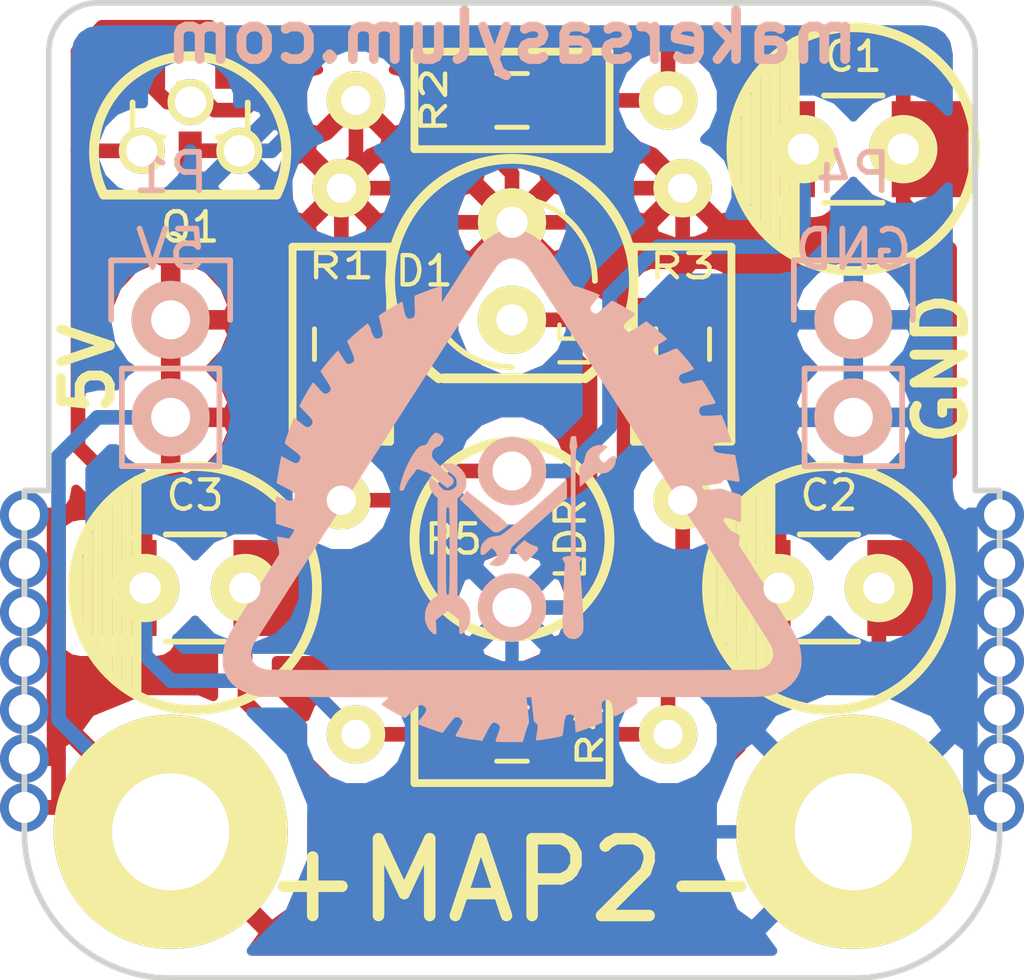
<source format=kicad_pcb>
(kicad_pcb (version 4) (host pcbnew 4.0.1-3.201512221401+6198~38~ubuntu15.10.1-stable)

  (general
    (links 51)
    (no_connects 0)
    (area 32.944999 32.944999 58.495001 58.495001)
    (thickness 1.6)
    (drawings 55)
    (tracks 151)
    (zones 0)
    (modules 29)
    (nets 8)
  )

  (page User 210.058 148.336)
  (title_block
    (title MAP2)
    (date 2016-02-28)
    (rev 1)
    (company "Maker's Asylum")
    (comment 1 "learn to solder kit, interactive art")
  )

  (layers
    (0 F.Cu signal)
    (31 B.Cu signal hide)
    (32 B.Adhes user)
    (33 F.Adhes user)
    (34 B.Paste user)
    (35 F.Paste user)
    (36 B.SilkS user hide)
    (37 F.SilkS user)
    (38 B.Mask user)
    (39 F.Mask user)
    (40 Dwgs.User user hide)
    (41 Cmts.User user)
    (42 Eco1.User user)
    (43 Eco2.User user hide)
    (44 Edge.Cuts user)
    (45 Margin user)
    (46 B.CrtYd user)
    (47 F.CrtYd user)
    (48 B.Fab user)
    (49 F.Fab user)
  )

  (setup
    (last_trace_width 0.381)
    (user_trace_width 0.381)
    (trace_clearance 0.1905)
    (zone_clearance 0.508)
    (zone_45_only no)
    (trace_min 0.1905)
    (segment_width 0.2)
    (edge_width 0.15)
    (via_size 0.762)
    (via_drill 0.508)
    (via_min_size 0.762)
    (via_min_drill 0.508)
    (uvia_size 0.3)
    (uvia_drill 0.1)
    (uvias_allowed no)
    (uvia_min_size 0)
    (uvia_min_drill 0)
    (pcb_text_width 0.3)
    (pcb_text_size 1.5 1.5)
    (mod_edge_width 0.15)
    (mod_text_size 0.762 0.762)
    (mod_text_width 0.1143)
    (pad_size 2.032 2.032)
    (pad_drill 1.016)
    (pad_to_mask_clearance 0.2)
    (aux_axis_origin 33.02 58.42)
    (grid_origin 33.02 58.42)
    (visible_elements FFFFFF7F)
    (pcbplotparams
      (layerselection 0x001f0_80000001)
      (usegerberextensions false)
      (excludeedgelayer true)
      (linewidth 0.050800)
      (plotframeref true)
      (viasonmask false)
      (mode 1)
      (useauxorigin false)
      (hpglpennumber 1)
      (hpglpenspeed 20)
      (hpglpendiameter 15)
      (hpglpenoverlay 2)
      (psnegative false)
      (psa4output false)
      (plotreference true)
      (plotvalue true)
      (plotinvisibletext false)
      (padsonsilk true)
      (subtractmaskfromsilk false)
      (outputformat 4)
      (mirror false)
      (drillshape 2)
      (scaleselection 1)
      (outputdirectory pdf/))
  )

  (net 0 "")
  (net 1 "Net-(C2-Pad1)")
  (net 2 /BASE)
  (net 3 /LDR)
  (net 4 /COLL)
  (net 5 /5V)
  (net 6 /LED)
  (net 7 /GND)

  (net_class Default "This is the default net class."
    (clearance 0.1905)
    (trace_width 0.381)
    (via_dia 0.762)
    (via_drill 0.508)
    (uvia_dia 0.3)
    (uvia_drill 0.1)
    (add_net /5V)
    (add_net /BASE)
    (add_net /COLL)
    (add_net /GND)
    (add_net /LDR)
    (add_net /LED)
    (add_net "Net-(C2-Pad1)")
  )

  (module map2:via (layer F.Cu) (tedit 56D589CA) (tstamp 56D589E8)
    (at 33.02 53.975)
    (fp_text reference via2 (at 0 0.508) (layer F.SilkS) hide
      (effects (font (size 0.762 0.762) (thickness 0.1143)))
    )
    (fp_text value via (at 0 -0.635) (layer F.SilkS) hide
      (effects (font (size 0.762 0.762) (thickness 0.1143)))
    )
    (pad 1 thru_hole circle (at 0 0) (size 1.27 1.27) (drill 0.8128) (layers *.Cu *.Mask)
      (net 5 /5V) (zone_connect 2))
  )

  (module map2:via (layer F.Cu) (tedit 56D589CA) (tstamp 56D589E4)
    (at 33.02 52.705)
    (fp_text reference via2 (at 0 0.508) (layer F.SilkS) hide
      (effects (font (size 0.762 0.762) (thickness 0.1143)))
    )
    (fp_text value via (at 0 -0.635) (layer F.SilkS) hide
      (effects (font (size 0.762 0.762) (thickness 0.1143)))
    )
    (pad 1 thru_hole circle (at 0 0) (size 1.27 1.27) (drill 0.8128) (layers *.Cu *.Mask)
      (net 5 /5V) (zone_connect 2))
  )

  (module map2:via (layer F.Cu) (tedit 56D589CA) (tstamp 56D589E0)
    (at 33.02 51.435)
    (fp_text reference via2 (at 0 0.508) (layer F.SilkS) hide
      (effects (font (size 0.762 0.762) (thickness 0.1143)))
    )
    (fp_text value via (at 0 -0.635) (layer F.SilkS) hide
      (effects (font (size 0.762 0.762) (thickness 0.1143)))
    )
    (pad 1 thru_hole circle (at 0 0) (size 1.27 1.27) (drill 0.8128) (layers *.Cu *.Mask)
      (net 5 /5V) (zone_connect 2))
  )

  (module map2:via (layer F.Cu) (tedit 56D589CA) (tstamp 56D589DC)
    (at 33.02 50.165)
    (fp_text reference via2 (at 0 0.508) (layer F.SilkS) hide
      (effects (font (size 0.762 0.762) (thickness 0.1143)))
    )
    (fp_text value via (at 0 -0.635) (layer F.SilkS) hide
      (effects (font (size 0.762 0.762) (thickness 0.1143)))
    )
    (pad 1 thru_hole circle (at 0 0) (size 1.27 1.27) (drill 0.8128) (layers *.Cu *.Mask)
      (net 5 /5V) (zone_connect 2))
  )

  (module map2:via (layer F.Cu) (tedit 56D589CA) (tstamp 56D589D8)
    (at 33.02 48.895)
    (fp_text reference via2 (at 0 0.508) (layer F.SilkS) hide
      (effects (font (size 0.762 0.762) (thickness 0.1143)))
    )
    (fp_text value via (at 0 -0.635) (layer F.SilkS) hide
      (effects (font (size 0.762 0.762) (thickness 0.1143)))
    )
    (pad 1 thru_hole circle (at 0 0) (size 1.27 1.27) (drill 0.8128) (layers *.Cu *.Mask)
      (net 5 /5V) (zone_connect 2))
  )

  (module map2:via (layer F.Cu) (tedit 56D589CA) (tstamp 56D589CF)
    (at 33.02 47.625)
    (fp_text reference via2 (at 0 0.508) (layer F.SilkS) hide
      (effects (font (size 0.762 0.762) (thickness 0.1143)))
    )
    (fp_text value via (at 0 -0.635) (layer F.SilkS) hide
      (effects (font (size 0.762 0.762) (thickness 0.1143)))
    )
    (pad 1 thru_hole circle (at 0 0) (size 1.27 1.27) (drill 0.8128) (layers *.Cu *.Mask)
      (net 5 /5V) (zone_connect 2))
  )

  (module map2:via (layer F.Cu) (tedit 56D58934) (tstamp 56D58950)
    (at 58.42 53.975)
    (fp_text reference via1 (at 0 0.508) (layer F.SilkS) hide
      (effects (font (size 0.762 0.762) (thickness 0.1143)))
    )
    (fp_text value via (at 0 -0.635) (layer F.SilkS) hide
      (effects (font (size 0.762 0.762) (thickness 0.1143)))
    )
    (pad 1 thru_hole circle (at 0 0) (size 1.27 1.27) (drill 0.8128) (layers *.Cu *.Mask)
      (net 7 /GND) (zone_connect 2))
  )

  (module map2:via (layer F.Cu) (tedit 56D58934) (tstamp 56D5894C)
    (at 58.42 52.705)
    (fp_text reference via1 (at 0 0.508) (layer F.SilkS) hide
      (effects (font (size 0.762 0.762) (thickness 0.1143)))
    )
    (fp_text value via (at 0 -0.635) (layer F.SilkS) hide
      (effects (font (size 0.762 0.762) (thickness 0.1143)))
    )
    (pad 1 thru_hole circle (at 0 0) (size 1.27 1.27) (drill 0.8128) (layers *.Cu *.Mask)
      (net 7 /GND) (zone_connect 2))
  )

  (module map2:via (layer F.Cu) (tedit 56D58934) (tstamp 56D58948)
    (at 58.42 51.435)
    (fp_text reference via1 (at 0 0.508) (layer F.SilkS) hide
      (effects (font (size 0.762 0.762) (thickness 0.1143)))
    )
    (fp_text value via (at 0 -0.635) (layer F.SilkS) hide
      (effects (font (size 0.762 0.762) (thickness 0.1143)))
    )
    (pad 1 thru_hole circle (at 0 0) (size 1.27 1.27) (drill 0.8128) (layers *.Cu *.Mask)
      (net 7 /GND) (zone_connect 2))
  )

  (module map2:via (layer F.Cu) (tedit 56D58934) (tstamp 56D58944)
    (at 58.42 50.165)
    (fp_text reference via1 (at 0 0.508) (layer F.SilkS) hide
      (effects (font (size 0.762 0.762) (thickness 0.1143)))
    )
    (fp_text value via (at 0 -0.635) (layer F.SilkS) hide
      (effects (font (size 0.762 0.762) (thickness 0.1143)))
    )
    (pad 1 thru_hole circle (at 0 0) (size 1.27 1.27) (drill 0.8128) (layers *.Cu *.Mask)
      (net 7 /GND) (zone_connect 2))
  )

  (module map2:via (layer F.Cu) (tedit 56D58934) (tstamp 56D58940)
    (at 58.42 48.895)
    (fp_text reference via1 (at 0 0.508) (layer F.SilkS) hide
      (effects (font (size 0.762 0.762) (thickness 0.1143)))
    )
    (fp_text value via (at 0 -0.635) (layer F.SilkS) hide
      (effects (font (size 0.762 0.762) (thickness 0.1143)))
    )
    (pad 1 thru_hole circle (at 0 0) (size 1.27 1.27) (drill 0.8128) (layers *.Cu *.Mask)
      (net 7 /GND) (zone_connect 2))
  )

  (module map2:via (layer F.Cu) (tedit 56D58934) (tstamp 56D5893C)
    (at 58.42 47.625)
    (fp_text reference via1 (at 0 0.508) (layer F.SilkS) hide
      (effects (font (size 0.762 0.762) (thickness 0.1143)))
    )
    (fp_text value via (at 0 -0.635) (layer F.SilkS) hide
      (effects (font (size 0.762 0.762) (thickness 0.1143)))
    )
    (pad 1 thru_hole circle (at 0 0) (size 1.27 1.27) (drill 0.8128) (layers *.Cu *.Mask)
      (net 7 /GND) (zone_connect 2))
  )

  (module map2:MTG_3mm (layer F.Cu) (tedit 56D2C3FB) (tstamp 56D2C4A2)
    (at 54.61 54.61)
    (path /56D1A7FC)
    (fp_text reference P7 (at 0 1.27) (layer F.SilkS) hide
      (effects (font (size 0.762 0.762) (thickness 0.1143)))
    )
    (fp_text value MTG (at 0 -1.27) (layer F.SilkS) hide
      (effects (font (size 0.762 0.762) (thickness 0.1143)))
    )
    (pad 1 thru_hole circle (at 0 0) (size 6.096 6.096) (drill 3.048) (layers *.Cu *.Mask F.SilkS)
      (net 7 /GND))
  )

  (module map2:MTG_3mm (layer F.Cu) (tedit 56D2C3FB) (tstamp 56D2C4A6)
    (at 36.83 54.61)
    (path /56D1A8D9)
    (fp_text reference P8 (at 0 1.27) (layer F.SilkS) hide
      (effects (font (size 0.762 0.762) (thickness 0.1143)))
    )
    (fp_text value MTG (at 0 -1.27) (layer F.SilkS) hide
      (effects (font (size 0.762 0.762) (thickness 0.1143)))
    )
    (pad 1 thru_hole circle (at 0 0) (size 6.096 6.096) (drill 3.048) (layers *.Cu *.Mask F.SilkS)
      (net 5 /5V))
  )

  (module map2:R_photo (layer F.Cu) (tedit 56D2E019) (tstamp 56D19E08)
    (at 45.72 46.99 270)
    (descr "Resistor, Vertical, RM 5mm, 1/3W,")
    (tags "Resistor, Vertical, RM 5mm, 1/3W,")
    (path /56D1D1EB)
    (fp_text reference R5 (at 0 1.524 360) (layer F.SilkS)
      (effects (font (size 0.762 0.762) (thickness 0.1143)))
    )
    (fp_text value LDR (at 0 -1.524 450) (layer F.SilkS)
      (effects (font (size 0.762 0.762) (thickness 0.1143)))
    )
    (fp_circle (center 0 0) (end -2.54 0) (layer F.SilkS) (width 0.254))
    (pad 1 thru_hole circle (at -1.778 0 270) (size 1.778 1.778) (drill 1.016) (layers *.Cu *.SilkS *.Mask)
      (net 3 /LDR))
    (pad 2 thru_hole circle (at 1.778 0 270) (size 1.778 1.778) (drill 1.016) (layers *.Cu *.SilkS *.Mask)
      (net 7 /GND))
    (model R_photo.wrl
      (at (xyz 0 0 0))
      (scale (xyz 1 1 1))
      (rotate (xyz 0 0 0))
    )
  )

  (module map2:LED-5MM (layer F.Cu) (tedit 56D533CC) (tstamp 56D19CB8)
    (at 45.72 40.005 270)
    (descr "LED 5mm - Lead pitch 100mil (2,54mm)")
    (tags "LED led 5mm 5MM 100mil 2,54mm")
    (path /56D18946)
    (fp_text reference D1 (at 0 2.286 360) (layer F.SilkS)
      (effects (font (size 0.762 0.762) (thickness 0.1143)))
    )
    (fp_text value LED (at 1.524 -1.651 270) (layer F.SilkS)
      (effects (font (size 0.762 0.762) (thickness 0.1143)))
    )
    (fp_line (start 2.794 -1.778) (end 2.794 1.778) (layer F.SilkS) (width 0.254))
    (fp_arc (start 0.254 0) (end 2.794 1.905) (angle 286.2) (layer F.SilkS) (width 0.254))
    (fp_arc (start 0.254 0) (end -1.905 0) (angle 90) (layer F.SilkS) (width 0.15))
    (fp_arc (start 0.254 0) (end 2.5 0) (angle 76.07169708) (layer F.SilkS) (width 0.15))
    (pad 1 thru_hole circle (at -1.27 0 270) (size 1.778 1.778) (drill 0.8128) (layers *.Cu *.Mask F.SilkS)
      (net 5 /5V))
    (pad 2 thru_hole circle (at 1.27 0 270) (size 1.778 1.778) (drill 0.8128) (layers *.Cu *.Mask F.SilkS)
      (net 6 /LED))
    (model LED_5mm_red.wrl
      (at (xyz 0 0 0))
      (scale (xyz 1 1 1))
      (rotate (xyz 0 0 0))
    )
  )

  (module map2:via (layer F.Cu) (tedit 56D58934) (tstamp 56D58910)
    (at 58.42 46.355)
    (fp_text reference via1 (at 0 0.508) (layer F.SilkS) hide
      (effects (font (size 0.762 0.762) (thickness 0.1143)))
    )
    (fp_text value via (at 0 -0.635) (layer F.SilkS) hide
      (effects (font (size 0.762 0.762) (thickness 0.1143)))
    )
    (pad 1 thru_hole circle (at 0 0) (size 1.27 1.27) (drill 0.8128) (layers *.Cu *.Mask)
      (net 7 /GND) (zone_connect 2))
  )

  (module map2:via (layer F.Cu) (tedit 56D589CA) (tstamp 56D589B4)
    (at 33.02 46.355)
    (fp_text reference via2 (at 0 0.508) (layer F.SilkS) hide
      (effects (font (size 0.762 0.762) (thickness 0.1143)))
    )
    (fp_text value via (at 0 -0.635) (layer F.SilkS) hide
      (effects (font (size 0.762 0.762) (thickness 0.1143)))
    )
    (pad 1 thru_hole circle (at 0 0) (size 1.27 1.27) (drill 0.8128) (layers *.Cu *.Mask)
      (net 5 /5V) (zone_connect 2))
  )

  (module map2:sot23 (layer F.Cu) (tedit 56D58A58) (tstamp 56D58627)
    (at 37.338 35.814 180)
    (descr SOT23)
    (path /56D18B2D)
    (attr smd)
    (fp_text reference Q1 (at 0 -3.048 180) (layer F.SilkS)
      (effects (font (size 0.762 0.762) (thickness 0.1143)))
    )
    (fp_text value 2N2222 (at 0 2.3 180) (layer F.SilkS) hide
      (effects (font (size 0.762 0.762) (thickness 0.1143)))
    )
    (fp_line (start -2.25 -2.2) (end 2.25 -2.2) (layer F.SilkS) (width 0.254))
    (fp_arc (start 0 -1.1) (end 2.25 -2.2) (angle 232.1069801) (layer F.SilkS) (width 0.254))
    (fp_line (start -1.5 0.2) (end -1.5 -0.7) (layer F.SilkS) (width 0.15))
    (fp_line (start -1.5 -0.7) (end -0.7 -0.7) (layer F.SilkS) (width 0.15))
    (fp_line (start 1.5 0.2) (end 1.5 -0.7) (layer F.SilkS) (width 0.15))
    (fp_line (start 1.5 -0.7) (end 0.7 -0.7) (layer F.SilkS) (width 0.15))
    (fp_line (start 0.3 0.7) (end -0.3 0.7) (layer F.SilkS) (width 0.15))
    (pad 1 smd rect (at -0.9525 1.05664 180) (size 0.59944 1.00076) (layers F.Cu F.Paste F.Mask)
      (net 4 /COLL) (clearance 0.05))
    (pad 3 smd rect (at 0 -1.05664 180) (size 0.59944 1.00076) (layers F.Cu F.Paste F.Mask)
      (net 7 /GND) (clearance 0.05))
    (pad 2 smd rect (at 0.9525 1.05664 180) (size 0.59944 1.00076) (layers F.Cu F.Paste F.Mask)
      (net 2 /BASE) (clearance 0.05))
    (pad 2 thru_hole circle (at -0.01 0.21 270) (size 1.2 1.2) (drill 0.8128) (layers *.Cu *.Mask F.SilkS)
      (net 2 /BASE) (clearance 0.05))
    (pad 3 thru_hole circle (at -1.28 -1.06 270) (size 1.2 1.2) (drill 0.8128) (layers *.Cu *.Mask F.SilkS)
      (net 7 /GND) (clearance 0.05))
    (pad 1 thru_hole circle (at 1.26 -1.06 270) (size 1.2 1.2) (drill 0.8128) (layers *.Cu *.Mask F.SilkS)
      (net 4 /COLL) (clearance 0.05))
    (model Tr_SOT23.wrl
      (at (xyz 0 0 0))
      (scale (xyz 1 1 1))
      (rotate (xyz 0 0 0))
    )
  )

  (module map2:r_0805 (layer F.Cu) (tedit 56D72765) (tstamp 56D58645)
    (at 45.72 52.07 180)
    (descr "SMT capacitor, 0805")
    (path /56D18908)
    (attr smd)
    (fp_text reference R4 (at -2.032 0 270) (layer F.SilkS)
      (effects (font (size 0.635 0.889) (thickness 0.1143)))
    )
    (fp_text value 270E (at 0 1.7145 180) (layer F.SilkS) hide
      (effects (font (size 0.762 0.762) (thickness 0.1143)))
    )
    (fp_line (start -2.54 -1.27) (end -2.54 1.27) (layer F.SilkS) (width 0.2032))
    (fp_line (start -2.54 1.27) (end 2.54 1.27) (layer F.SilkS) (width 0.2032))
    (fp_line (start 2.54 1.27) (end 2.54 -1.27) (layer F.SilkS) (width 0.2032))
    (fp_line (start 2.54 -1.27) (end -2.54 -1.27) (layer F.SilkS) (width 0.2032))
    (fp_line (start 0.4 0.7) (end -0.4 0.7) (layer F.SilkS) (width 0.127))
    (fp_line (start -0.4 -0.7) (end 0.4 -0.7) (layer F.SilkS) (width 0.127))
    (pad 2 smd rect (at 0.95 0 180) (size 1 1.45) (layers F.Cu F.Paste F.Mask)
      (net 4 /COLL))
    (pad 1 smd rect (at -0.95 0 180) (size 1 1.45) (layers F.Cu F.Paste F.Mask)
      (net 6 /LED))
    (pad 2 thru_hole circle (at 4.064 0 180) (size 1.524 1.524) (drill 0.762) (layers *.Cu *.Mask F.SilkS)
      (net 4 /COLL))
    (pad 1 thru_hole circle (at -4.064 0 180) (size 1.524 1.524) (drill 0.762) (layers *.Cu *.Mask F.SilkS)
      (net 6 /LED))
    (model r_0805.wrl
      (at (xyz 0 0 0))
      (scale (xyz 1 1 1))
      (rotate (xyz 0 0 0))
    )
  )

  (module map2:r_0805 (layer F.Cu) (tedit 56D72765) (tstamp 56D5863E)
    (at 50.165 41.91 270)
    (descr "SMT capacitor, 0805")
    (path /56D1887B)
    (attr smd)
    (fp_text reference R3 (at -2.032 0 360) (layer F.SilkS)
      (effects (font (size 0.635 0.889) (thickness 0.1143)))
    )
    (fp_text value 3k3 (at 0 1.7145 270) (layer F.SilkS) hide
      (effects (font (size 0.762 0.762) (thickness 0.1143)))
    )
    (fp_line (start -2.54 -1.27) (end -2.54 1.27) (layer F.SilkS) (width 0.2032))
    (fp_line (start -2.54 1.27) (end 2.54 1.27) (layer F.SilkS) (width 0.2032))
    (fp_line (start 2.54 1.27) (end 2.54 -1.27) (layer F.SilkS) (width 0.2032))
    (fp_line (start 2.54 -1.27) (end -2.54 -1.27) (layer F.SilkS) (width 0.2032))
    (fp_line (start 0.4 0.7) (end -0.4 0.7) (layer F.SilkS) (width 0.127))
    (fp_line (start -0.4 -0.7) (end 0.4 -0.7) (layer F.SilkS) (width 0.127))
    (pad 2 smd rect (at 0.95 0 270) (size 1 1.45) (layers F.Cu F.Paste F.Mask)
      (net 1 "Net-(C2-Pad1)"))
    (pad 1 smd rect (at -0.95 0 270) (size 1 1.45) (layers F.Cu F.Paste F.Mask)
      (net 5 /5V))
    (pad 2 thru_hole circle (at 4.064 0 270) (size 1.524 1.524) (drill 0.762) (layers *.Cu *.Mask F.SilkS)
      (net 1 "Net-(C2-Pad1)"))
    (pad 1 thru_hole circle (at -4.064 0 270) (size 1.524 1.524) (drill 0.762) (layers *.Cu *.Mask F.SilkS)
      (net 5 /5V))
    (model r_0805.wrl
      (at (xyz 0 0 0))
      (scale (xyz 1 1 1))
      (rotate (xyz 0 0 0))
    )
  )

  (module map2:r_0805 (layer F.Cu) (tedit 56D72765) (tstamp 56D58637)
    (at 45.72 35.56)
    (descr "SMT capacitor, 0805")
    (path /56D18841)
    (attr smd)
    (fp_text reference R2 (at -2.032 0 90) (layer F.SilkS)
      (effects (font (size 0.635 0.889) (thickness 0.1143)))
    )
    (fp_text value 1M (at 0 1.7145) (layer F.SilkS) hide
      (effects (font (size 0.762 0.762) (thickness 0.1143)))
    )
    (fp_line (start -2.54 -1.27) (end -2.54 1.27) (layer F.SilkS) (width 0.2032))
    (fp_line (start -2.54 1.27) (end 2.54 1.27) (layer F.SilkS) (width 0.2032))
    (fp_line (start 2.54 1.27) (end 2.54 -1.27) (layer F.SilkS) (width 0.2032))
    (fp_line (start 2.54 -1.27) (end -2.54 -1.27) (layer F.SilkS) (width 0.2032))
    (fp_line (start 0.4 0.7) (end -0.4 0.7) (layer F.SilkS) (width 0.127))
    (fp_line (start -0.4 -0.7) (end 0.4 -0.7) (layer F.SilkS) (width 0.127))
    (pad 2 smd rect (at 0.95 0) (size 1 1.45) (layers F.Cu F.Paste F.Mask)
      (net 2 /BASE))
    (pad 1 smd rect (at -0.95 0) (size 1 1.45) (layers F.Cu F.Paste F.Mask)
      (net 5 /5V))
    (pad 2 thru_hole circle (at 4.064 0) (size 1.524 1.524) (drill 0.762) (layers *.Cu *.Mask F.SilkS)
      (net 2 /BASE))
    (pad 1 thru_hole circle (at -4.064 0) (size 1.524 1.524) (drill 0.762) (layers *.Cu *.Mask F.SilkS)
      (net 5 /5V))
    (model r_0805.wrl
      (at (xyz 0 0 0))
      (scale (xyz 1 1 1))
      (rotate (xyz 0 0 0))
    )
  )

  (module map2:r_0805 (layer F.Cu) (tedit 56D72765) (tstamp 56D58630)
    (at 41.275 41.91 270)
    (descr "SMT capacitor, 0805")
    (path /56D18783)
    (attr smd)
    (fp_text reference R1 (at -2.032 0 360) (layer F.SilkS)
      (effects (font (size 0.635 0.889) (thickness 0.1143)))
    )
    (fp_text value 2k2 (at 0 1.7145 270) (layer F.SilkS) hide
      (effects (font (size 0.762 0.762) (thickness 0.1143)))
    )
    (fp_line (start -2.54 -1.27) (end -2.54 1.27) (layer F.SilkS) (width 0.2032))
    (fp_line (start -2.54 1.27) (end 2.54 1.27) (layer F.SilkS) (width 0.2032))
    (fp_line (start 2.54 1.27) (end 2.54 -1.27) (layer F.SilkS) (width 0.2032))
    (fp_line (start 2.54 -1.27) (end -2.54 -1.27) (layer F.SilkS) (width 0.2032))
    (fp_line (start 0.4 0.7) (end -0.4 0.7) (layer F.SilkS) (width 0.127))
    (fp_line (start -0.4 -0.7) (end 0.4 -0.7) (layer F.SilkS) (width 0.127))
    (pad 2 smd rect (at 0.95 0 270) (size 1 1.45) (layers F.Cu F.Paste F.Mask)
      (net 3 /LDR))
    (pad 1 smd rect (at -0.95 0 270) (size 1 1.45) (layers F.Cu F.Paste F.Mask)
      (net 5 /5V))
    (pad 2 thru_hole circle (at 4.064 0 270) (size 1.524 1.524) (drill 0.762) (layers *.Cu *.Mask F.SilkS)
      (net 3 /LDR))
    (pad 1 thru_hole circle (at -4.064 0 270) (size 1.524 1.524) (drill 0.762) (layers *.Cu *.Mask F.SilkS)
      (net 5 /5V))
    (model r_0805.wrl
      (at (xyz 0 0 0))
      (scale (xyz 1 1 1))
      (rotate (xyz 0 0 0))
    )
  )

  (module map2:C_1210 (layer F.Cu) (tedit 56D727E2) (tstamp 56D58620)
    (at 37.465 48.26 180)
    (descr "Capacitor SMD 1210, hand soldering")
    (tags "capacitor 1210")
    (path /56D18ACF)
    (attr smd)
    (fp_text reference C3 (at 0 2.413 180) (layer F.SilkS)
      (effects (font (size 0.762 0.762) (thickness 0.1143)))
    )
    (fp_text value 47uF (at -0.127 -2.032 180) (layer F.SilkS) hide
      (effects (font (size 0.762 0.762) (thickness 0.1143)))
    )
    (fp_line (start 3.048 -0.889) (end 3.048 0.762) (layer F.SilkS) (width 0.254))
    (fp_line (start 2.794 -1.397) (end 2.794 1.397) (layer F.SilkS) (width 0.254))
    (fp_line (start 2.54 -1.905) (end 2.54 1.905) (layer F.SilkS) (width 0.254))
    (fp_line (start 2.286 -2.159) (end 2.286 2.159) (layer F.SilkS) (width 0.254))
    (fp_line (start 2.032 -2.413) (end 2.032 2.413) (layer F.SilkS) (width 0.254))
    (fp_line (start 1.778 -2.54) (end 1.778 2.54) (layer F.SilkS) (width 0.254))
    (fp_line (start 1.524 -2.667) (end 1.524 2.794) (layer F.SilkS) (width 0.254))
    (fp_circle (center 0 0) (end -3.175 0) (layer F.SilkS) (width 0.254))
    (fp_line (start 0.762 -1.397) (end -0.762 -1.397) (layer F.SilkS) (width 0.15))
    (fp_line (start -0.762 1.397) (end 0.762 1.397) (layer F.SilkS) (width 0.15))
    (pad 1 smd rect (at -2 0 180) (size 2 2.5) (layers F.Cu F.Paste F.Mask)
      (net 1 "Net-(C2-Pad1)"))
    (pad 2 smd rect (at 2 0 180) (size 2 2.5) (layers F.Cu F.Paste F.Mask)
      (net 4 /COLL))
    (pad 1 thru_hole circle (at -1.3 0 180) (size 1.778 1.778) (drill 0.8128) (layers *.Cu *.Mask F.SilkS)
      (net 1 "Net-(C2-Pad1)"))
    (pad 2 thru_hole circle (at 1.3 0 180) (size 1.778 1.778) (drill 0.8128) (layers *.Cu *.Mask F.SilkS)
      (net 4 /COLL))
    (model cap_1210_3225M.wrl
      (at (xyz 0 0 0))
      (scale (xyz 1 1 1))
      (rotate (xyz 0 0 0))
    )
  )

  (module map2:C_1210 (layer F.Cu) (tedit 56D727E2) (tstamp 56D58619)
    (at 53.975 48.26 180)
    (descr "Capacitor SMD 1210, hand soldering")
    (tags "capacitor 1210")
    (path /56D18A76)
    (attr smd)
    (fp_text reference C2 (at 0 2.413 180) (layer F.SilkS)
      (effects (font (size 0.762 0.762) (thickness 0.1143)))
    )
    (fp_text value 47uF (at -0.127 -2.032 180) (layer F.SilkS) hide
      (effects (font (size 0.762 0.762) (thickness 0.1143)))
    )
    (fp_line (start 3.048 -0.889) (end 3.048 0.762) (layer F.SilkS) (width 0.254))
    (fp_line (start 2.794 -1.397) (end 2.794 1.397) (layer F.SilkS) (width 0.254))
    (fp_line (start 2.54 -1.905) (end 2.54 1.905) (layer F.SilkS) (width 0.254))
    (fp_line (start 2.286 -2.159) (end 2.286 2.159) (layer F.SilkS) (width 0.254))
    (fp_line (start 2.032 -2.413) (end 2.032 2.413) (layer F.SilkS) (width 0.254))
    (fp_line (start 1.778 -2.54) (end 1.778 2.54) (layer F.SilkS) (width 0.254))
    (fp_line (start 1.524 -2.667) (end 1.524 2.794) (layer F.SilkS) (width 0.254))
    (fp_circle (center 0 0) (end -3.175 0) (layer F.SilkS) (width 0.254))
    (fp_line (start 0.762 -1.397) (end -0.762 -1.397) (layer F.SilkS) (width 0.15))
    (fp_line (start -0.762 1.397) (end 0.762 1.397) (layer F.SilkS) (width 0.15))
    (pad 1 smd rect (at -2 0 180) (size 2 2.5) (layers F.Cu F.Paste F.Mask)
      (net 1 "Net-(C2-Pad1)"))
    (pad 2 smd rect (at 2 0 180) (size 2 2.5) (layers F.Cu F.Paste F.Mask)
      (net 2 /BASE))
    (pad 1 thru_hole circle (at -1.3 0 180) (size 1.778 1.778) (drill 0.8128) (layers *.Cu *.Mask F.SilkS)
      (net 1 "Net-(C2-Pad1)"))
    (pad 2 thru_hole circle (at 1.3 0 180) (size 1.778 1.778) (drill 0.8128) (layers *.Cu *.Mask F.SilkS)
      (net 2 /BASE))
    (model cap_1210_3225M.wrl
      (at (xyz 0 0 0))
      (scale (xyz 1 1 1))
      (rotate (xyz 0 0 0))
    )
  )

  (module map2:C_1210 (layer F.Cu) (tedit 56D727E2) (tstamp 56D58612)
    (at 54.61 36.83 180)
    (descr "Capacitor SMD 1210, hand soldering")
    (tags "capacitor 1210")
    (path /56D189B9)
    (attr smd)
    (fp_text reference C1 (at 0 2.413 180) (layer F.SilkS)
      (effects (font (size 0.762 0.762) (thickness 0.1143)))
    )
    (fp_text value 100uF (at -0.127 -2.032 180) (layer F.SilkS) hide
      (effects (font (size 0.762 0.762) (thickness 0.1143)))
    )
    (fp_line (start 3.048 -0.889) (end 3.048 0.762) (layer F.SilkS) (width 0.254))
    (fp_line (start 2.794 -1.397) (end 2.794 1.397) (layer F.SilkS) (width 0.254))
    (fp_line (start 2.54 -1.905) (end 2.54 1.905) (layer F.SilkS) (width 0.254))
    (fp_line (start 2.286 -2.159) (end 2.286 2.159) (layer F.SilkS) (width 0.254))
    (fp_line (start 2.032 -2.413) (end 2.032 2.413) (layer F.SilkS) (width 0.254))
    (fp_line (start 1.778 -2.54) (end 1.778 2.54) (layer F.SilkS) (width 0.254))
    (fp_line (start 1.524 -2.667) (end 1.524 2.794) (layer F.SilkS) (width 0.254))
    (fp_circle (center 0 0) (end -3.175 0) (layer F.SilkS) (width 0.254))
    (fp_line (start 0.762 -1.397) (end -0.762 -1.397) (layer F.SilkS) (width 0.15))
    (fp_line (start -0.762 1.397) (end 0.762 1.397) (layer F.SilkS) (width 0.15))
    (pad 1 smd rect (at -2 0 180) (size 2 2.5) (layers F.Cu F.Paste F.Mask)
      (net 2 /BASE))
    (pad 2 smd rect (at 2 0 180) (size 2 2.5) (layers F.Cu F.Paste F.Mask)
      (net 3 /LDR))
    (pad 1 thru_hole circle (at -1.3 0 180) (size 1.778 1.778) (drill 0.8128) (layers *.Cu *.Mask F.SilkS)
      (net 2 /BASE))
    (pad 2 thru_hole circle (at 1.3 0 180) (size 1.778 1.778) (drill 0.8128) (layers *.Cu *.Mask F.SilkS)
      (net 3 /LDR))
    (model cap_1210_3225M.wrl
      (at (xyz 0 0 0))
      (scale (xyz 1 1 1))
      (rotate (xyz 0 0 0))
    )
  )

  (module map2:MA_LOGO (layer B.Cu) (tedit 56D1F23A) (tstamp 56D8538E)
    (at 45.72 45.593 180)
    (path /56D590F0)
    (fp_text reference P9 (at 0 2.25 180) (layer B.SilkS) hide
      (effects (font (thickness 0.3)) (justify mirror))
    )
    (fp_text value LOGO (at 0 -3.75 180) (layer B.SilkS) hide
      (effects (font (thickness 0.3)) (justify mirror))
    )
    (fp_poly (pts (xy 0.149703 6.650797) (xy 0.234986 6.633761) (xy 0.320919 6.605234) (xy 0.390146 6.575856)
      (xy 0.520963 6.504525) (xy 0.653563 6.409503) (xy 0.783354 6.294593) (xy 0.905745 6.163596)
      (xy 0.944156 6.11695) (xy 0.967149 6.085766) (xy 1.003504 6.033449) (xy 1.051444 5.962683)
      (xy 1.109189 5.876153) (xy 1.174961 5.776541) (xy 1.246982 5.666532) (xy 1.323473 5.54881)
      (xy 1.402657 5.42606) (xy 1.425222 5.390914) (xy 1.827389 4.763872) (xy 1.835181 5.193242)
      (xy 1.873618 5.184008) (xy 1.912872 5.172722) (xy 1.972578 5.153262) (xy 2.046897 5.127711)
      (xy 2.129991 5.098152) (xy 2.216018 5.066667) (xy 2.29914 5.035338) (xy 2.373516 5.006249)
      (xy 2.384778 5.001714) (xy 2.532944 4.941744) (xy 2.532319 4.838011) (xy 2.53144 4.776593)
      (xy 2.529616 4.699736) (xy 2.52717 4.620194) (xy 2.525921 4.586111) (xy 2.524447 4.506141)
      (xy 2.528289 4.449048) (xy 2.538961 4.409745) (xy 2.557978 4.383144) (xy 2.586854 4.364159)
      (xy 2.59282 4.361338) (xy 2.631043 4.350505) (xy 2.673465 4.346222) (xy 2.710989 4.351377)
      (xy 2.741127 4.36903) (xy 2.765747 4.40247) (xy 2.78672 4.454981) (xy 2.805916 4.529851)
      (xy 2.820694 4.604978) (xy 2.833396 4.671817) (xy 2.845055 4.72728) (xy 2.854495 4.76617)
      (xy 2.860541 4.783294) (xy 2.86113 4.783667) (xy 2.878028 4.776799) (xy 2.914781 4.757839)
      (xy 2.967064 4.72925) (xy 3.030552 4.693495) (xy 3.100921 4.653039) (xy 3.173846 4.610343)
      (xy 3.245004 4.567873) (xy 3.310069 4.528091) (xy 3.313317 4.526072) (xy 3.371701 4.488391)
      (xy 3.419614 4.454865) (xy 3.452794 4.428678) (xy 3.466976 4.413014) (xy 3.4671 4.411229)
      (xy 3.461938 4.392777) (xy 3.451371 4.351928) (xy 3.436672 4.293705) (xy 3.419115 4.22313)
      (xy 3.40736 4.175411) (xy 3.387091 4.0915) (xy 3.373344 4.030078) (xy 3.365481 3.98634)
      (xy 3.362858 3.955477) (xy 3.364836 3.932683) (xy 3.370772 3.913151) (xy 3.371982 3.910163)
      (xy 3.403319 3.86547) (xy 3.449136 3.836288) (xy 3.501487 3.824608) (xy 3.552427 3.83242)
      (xy 3.58867 3.855861) (xy 3.605657 3.881215) (xy 3.628747 3.926822) (xy 3.654915 3.98623)
      (xy 3.681136 4.052988) (xy 3.681294 4.053417) (xy 3.705243 4.116291) (xy 3.726407 4.168219)
      (xy 3.74263 4.204162) (xy 3.751758 4.219081) (xy 3.752212 4.219222) (xy 3.768332 4.210438)
      (xy 3.801667 4.186266) (xy 3.848256 4.149975) (xy 3.904139 4.104837) (xy 3.965357 4.05412)
      (xy 4.027949 4.001094) (xy 4.087954 3.949031) (xy 4.141414 3.901198) (xy 4.173352 3.871478)
      (xy 4.28976 3.760611) (xy 4.198501 3.556) (xy 4.157076 3.46) (xy 4.128515 3.385056)
      (xy 4.112186 3.32744) (xy 4.107459 3.283421) (xy 4.113702 3.249271) (xy 4.130284 3.221258)
      (xy 4.140034 3.210572) (xy 4.183296 3.181509) (xy 4.235162 3.166274) (xy 4.284097 3.167457)
      (xy 4.30228 3.174139) (xy 4.32027 3.19187) (xy 4.348398 3.229083) (xy 4.383046 3.280615)
      (xy 4.420597 3.341304) (xy 4.426879 3.351939) (xy 4.462927 3.411302) (xy 4.494936 3.460152)
      (xy 4.519872 3.494131) (xy 4.534698 3.508883) (xy 4.536363 3.509097) (xy 4.551306 3.496594)
      (xy 4.580733 3.466032) (xy 4.621331 3.421253) (xy 4.669787 3.3661) (xy 4.722786 3.304417)
      (xy 4.777016 3.240045) (xy 4.829162 3.176828) (xy 4.875911 3.118609) (xy 4.901857 3.085237)
      (xy 4.984769 2.976716) (xy 4.856337 2.783052) (xy 4.799917 2.696127) (xy 4.759181 2.628151)
      (xy 4.732766 2.575576) (xy 4.719314 2.534855) (xy 4.717465 2.502442) (xy 4.725858 2.47479)
      (xy 4.733237 2.461996) (xy 4.769764 2.424601) (xy 4.818065 2.398175) (xy 4.86714 2.387856)
      (xy 4.887319 2.390025) (xy 4.912724 2.405223) (xy 4.951882 2.44005) (xy 5.001659 2.491522)
      (xy 5.044804 2.540095) (xy 5.0908 2.59245) (xy 5.130818 2.636002) (xy 5.161047 2.66675)
      (xy 5.177678 2.680692) (xy 5.179029 2.681111) (xy 5.190631 2.669456) (xy 5.213389 2.637271)
      (xy 5.244802 2.588723) (xy 5.282372 2.527982) (xy 5.323599 2.459215) (xy 5.365985 2.38659)
      (xy 5.407028 2.314277) (xy 5.444231 2.246444) (xy 5.474795 2.187851) (xy 5.533059 2.071969)
      (xy 5.375947 1.909787) (xy 5.304915 1.834898) (xy 5.252807 1.775651) (xy 5.217581 1.728792)
      (xy 5.197195 1.69107) (xy 5.189609 1.659232) (xy 5.19278 1.630026) (xy 5.195285 1.621969)
      (xy 5.225252 1.569978) (xy 5.269815 1.533421) (xy 5.321269 1.518438) (xy 5.325287 1.518356)
      (xy 5.349094 1.521618) (xy 5.376633 1.533237) (xy 5.412269 1.555959) (xy 5.460364 1.592534)
      (xy 5.518486 1.640049) (xy 5.572785 1.684215) (xy 5.619484 1.720284) (xy 5.654331 1.745112)
      (xy 5.673071 1.755555) (xy 5.674769 1.755534) (xy 5.684474 1.739535) (xy 5.701527 1.701345)
      (xy 5.724268 1.645519) (xy 5.751036 1.576611) (xy 5.78017 1.499176) (xy 5.810009 1.417769)
      (xy 5.838894 1.336945) (xy 5.865162 1.261258) (xy 5.887155 1.195263) (xy 5.90321 1.143515)
      (xy 5.911668 1.110568) (xy 5.912555 1.10335) (xy 5.901815 1.091711) (xy 5.872175 1.066516)
      (xy 5.827505 1.030883) (xy 5.771675 0.987929) (xy 5.735946 0.961071) (xy 5.67257 0.912888)
      (xy 5.615452 0.867741) (xy 5.569344 0.829514) (xy 5.538997 0.80209) (xy 5.531335 0.793792)
      (xy 5.506397 0.74315) (xy 5.509595 0.69045) (xy 5.54092 0.635766) (xy 5.547128 0.628436)
      (xy 5.575547 0.600329) (xy 5.604082 0.584373) (xy 5.637109 0.581227) (xy 5.679006 0.591548)
      (xy 5.734152 0.615994) (xy 5.806922 0.655224) (xy 5.836173 0.671884) (xy 5.896407 0.705921)
      (xy 5.947249 0.73361) (xy 5.984065 0.752507) (xy 6.002223 0.760166) (xy 6.003275 0.760078)
      (xy 6.00887 0.743012) (xy 6.0178 0.70314) (xy 6.02929 0.645066) (xy 6.042569 0.573392)
      (xy 6.056863 0.49272) (xy 6.071398 0.407653) (xy 6.085402 0.322793) (xy 6.098101 0.242743)
      (xy 6.108722 0.172104) (xy 6.116492 0.11548) (xy 6.120638 0.077473) (xy 6.120429 0.062716)
      (xy 6.107394 0.055821) (xy 6.073355 0.038371) (xy 6.022514 0.012506) (xy 5.959074 -0.019635)
      (xy 5.9055 -0.046701) (xy 5.820391 -0.090561) (xy 5.757618 -0.125277) (xy 5.713683 -0.153064)
      (xy 5.685087 -0.17614) (xy 5.668331 -0.19672) (xy 5.668105 -0.1971) (xy 5.650142 -0.252204)
      (xy 5.659958 -0.307876) (xy 5.694036 -0.358718) (xy 5.717906 -0.38102) (xy 5.743026 -0.394187)
      (xy 5.774047 -0.397874) (xy 5.815619 -0.391738) (xy 5.872392 -0.375435) (xy 5.949016 -0.348621)
      (xy 5.978781 -0.337656) (xy 6.039587 -0.315483) (xy 6.090795 -0.297531) (xy 6.126556 -0.285803)
      (xy 6.140569 -0.282222) (xy 6.143828 -0.295715) (xy 6.146459 -0.333729) (xy 6.148373 -0.392569)
      (xy 6.149481 -0.46854) (xy 6.149691 -0.557946) (xy 6.149159 -0.636264) (xy 6.145389 -0.990306)
      (xy 5.922132 -1.057581) (xy 5.845875 -1.081376) (xy 5.778319 -1.10399) (xy 5.724487 -1.12362)
      (xy 5.689406 -1.138465) (xy 5.678915 -1.144815) (xy 5.671295 -1.157373) (xy 5.67298 -1.175269)
      (xy 5.685966 -1.203663) (xy 5.712249 -1.247713) (xy 5.728827 -1.273832) (xy 5.76059 -1.321625)
      (xy 5.787417 -1.358716) (xy 5.805353 -1.379789) (xy 5.809766 -1.382657) (xy 5.827495 -1.380179)
      (xy 5.866622 -1.373674) (xy 5.920792 -1.36422) (xy 5.965472 -1.356206) (xy 6.110111 -1.329987)
      (xy 6.110111 -1.372479) (xy 6.10782 -1.402648) (xy 6.101579 -1.45355) (xy 6.092336 -1.518122)
      (xy 6.081039 -1.589303) (xy 6.080825 -1.590591) (xy 6.070242 -1.659072) (xy 6.06263 -1.718419)
      (xy 6.058656 -1.76258) (xy 6.05899 -1.785502) (xy 6.059221 -1.786233) (xy 6.06782 -1.800991)
      (xy 6.09043 -1.837743) (xy 6.125908 -1.894675) (xy 6.17311 -1.969971) (xy 6.230894 -2.061818)
      (xy 6.298114 -2.168401) (xy 6.373629 -2.287906) (xy 6.456293 -2.41852) (xy 6.544965 -2.558426)
      (xy 6.638499 -2.705812) (xy 6.683323 -2.776377) (xy 6.807676 -2.972378) (xy 6.917657 -3.146466)
      (xy 7.014268 -3.300396) (xy 7.098511 -3.435922) (xy 7.171387 -3.554801) (xy 7.233897 -3.658786)
      (xy 7.287044 -3.749633) (xy 7.331828 -3.829096) (xy 7.369252 -3.89893) (xy 7.400318 -3.960891)
      (xy 7.426025 -4.016732) (xy 7.447377 -4.06821) (xy 7.465375 -4.117078) (xy 7.48102 -4.165091)
      (xy 7.486695 -4.183944) (xy 7.511903 -4.293047) (xy 7.527855 -4.413004) (xy 7.534086 -4.534636)
      (xy 7.530127 -4.648768) (xy 7.515512 -4.746221) (xy 7.515336 -4.746971) (xy 7.466435 -4.896649)
      (xy 7.393862 -5.031095) (xy 7.297819 -5.150126) (xy 7.178508 -5.25356) (xy 7.036133 -5.341214)
      (xy 6.870896 -5.412904) (xy 6.728425 -5.457056) (xy 6.582833 -5.495472) (xy 4.884111 -5.502931)
      (xy 3.185388 -5.510389) (xy 3.294375 -5.60164) (xy 3.403363 -5.692891) (xy 3.370399 -5.719584)
      (xy 3.337959 -5.742602) (xy 3.286077 -5.775687) (xy 3.220223 -5.815642) (xy 3.145867 -5.859269)
      (xy 3.06848 -5.903374) (xy 2.99353 -5.944759) (xy 2.926489 -5.980229) (xy 2.910111 -5.988548)
      (xy 2.785517 -6.051123) (xy 2.614911 -5.890354) (xy 2.555149 -5.83528) (xy 2.49978 -5.786535)
      (xy 2.453145 -5.74777) (xy 2.419585 -5.722637) (xy 2.406811 -5.715329) (xy 2.359614 -5.710892)
      (xy 2.308631 -5.726618) (xy 2.264613 -5.758482) (xy 2.252566 -5.773094) (xy 2.234151 -5.806132)
      (xy 2.228275 -5.838996) (xy 2.236461 -5.87586) (xy 2.260231 -5.920896) (xy 2.301109 -5.978279)
      (xy 2.3495 -6.038733) (xy 2.393709 -6.093075) (xy 2.430573 -6.139622) (xy 2.456768 -6.174082)
      (xy 2.468967 -6.192163) (xy 2.469444 -6.193559) (xy 2.456802 -6.202643) (xy 2.421787 -6.218898)
      (xy 2.368765 -6.240766) (xy 2.302101 -6.266686) (xy 2.22616 -6.295099) (xy 2.145309 -6.324447)
      (xy 2.063913 -6.35317) (xy 1.986338 -6.379709) (xy 1.916949 -6.402504) (xy 1.860113 -6.419997)
      (xy 1.820195 -6.430628) (xy 1.80156 -6.432838) (xy 1.800867 -6.432343) (xy 1.776627 -6.397079)
      (xy 1.741708 -6.349146) (xy 1.699631 -6.293067) (xy 1.653914 -6.233365) (xy 1.608077 -6.174563)
      (xy 1.565642 -6.121184) (xy 1.530126 -6.07775) (xy 1.505051 -6.048786) (xy 1.494797 -6.039031)
      (xy 1.462467 -6.029191) (xy 1.424739 -6.025444) (xy 1.384371 -6.036333) (xy 1.342285 -6.063943)
      (xy 1.30681 -6.100693) (xy 1.286277 -6.139001) (xy 1.284111 -6.153455) (xy 1.29098 -6.177424)
      (xy 1.309738 -6.219757) (xy 1.33761 -6.274706) (xy 1.371819 -6.33652) (xy 1.375833 -6.343463)
      (xy 1.410253 -6.40374) (xy 1.438783 -6.455613) (xy 1.458728 -6.494041) (xy 1.467395 -6.513982)
      (xy 1.467555 -6.515068) (xy 1.454052 -6.523614) (xy 1.415502 -6.535234) (xy 1.354847 -6.549368)
      (xy 1.275027 -6.565454) (xy 1.178983 -6.582932) (xy 1.069657 -6.601241) (xy 0.949987 -6.619819)
      (xy 0.822917 -6.638105) (xy 0.821643 -6.638281) (xy 0.775452 -6.644666) (xy 0.670649 -6.435408)
      (xy 0.621247 -6.340079) (xy 0.579938 -6.268476) (xy 0.544696 -6.217979) (xy 0.513497 -6.185969)
      (xy 0.484315 -6.169827) (xy 0.462836 -6.166556) (xy 0.41652 -6.176814) (xy 0.370723 -6.203194)
      (xy 0.333412 -6.239106) (xy 0.312555 -6.27796) (xy 0.310601 -6.292487) (xy 0.31544 -6.320049)
      (xy 0.328441 -6.366969) (xy 0.347529 -6.426306) (xy 0.367046 -6.481467) (xy 0.389451 -6.543904)
      (xy 0.407626 -6.597752) (xy 0.419568 -6.636864) (xy 0.423333 -6.654329) (xy 0.419549 -6.660703)
      (xy 0.406171 -6.665623) (xy 0.380161 -6.669265) (xy 0.338481 -6.671803) (xy 0.278092 -6.673413)
      (xy 0.195958 -6.674271) (xy 0.08904 -6.674552) (xy 0.073057 -6.674556) (xy -0.277219 -6.674556)
      (xy -0.338201 -6.466417) (xy -0.361131 -6.390512) (xy -0.383329 -6.321241) (xy -0.402792 -6.264562)
      (xy -0.417516 -6.226435) (xy -0.422034 -6.21697) (xy -0.429105 -6.202203) (xy -0.43386 -6.184993)
      (xy -0.436165 -6.161581) (xy -0.435887 -6.128209) (xy -0.432892 -6.08112) (xy -0.427048 -6.016557)
      (xy -0.418221 -5.93076) (xy -0.408784 -5.843026) (xy -0.372684 -5.510389) (xy -0.434803 -5.506026)
      (xy -0.473291 -5.504281) (xy -0.497623 -5.504988) (xy -0.501272 -5.506026) (xy -0.503997 -5.520694)
      (xy -0.509233 -5.559385) (xy -0.516487 -5.618064) (xy -0.525268 -5.692691) (xy -0.535084 -5.77923)
      (xy -0.540199 -5.825453) (xy -0.574775 -6.140518) (xy -0.626054 -6.182786) (xy -0.649404 -6.203431)
      (xy -0.665139 -6.223658) (xy -0.673658 -6.248384) (xy -0.675355 -6.282525) (xy -0.67063 -6.330998)
      (xy -0.659877 -6.39872) (xy -0.648606 -6.462268) (xy -0.637843 -6.525938) (xy -0.630221 -6.578855)
      (xy -0.626486 -6.615214) (xy -0.627134 -6.629059) (xy -0.644465 -6.630737) (xy -0.684714 -6.627729)
      (xy -0.743112 -6.620819) (xy -0.81489 -6.610791) (xy -0.895279 -6.598431) (xy -0.97951 -6.584522)
      (xy -1.062813 -6.569849) (xy -1.140421 -6.555198) (xy -1.207564 -6.541351) (xy -1.259473 -6.529094)
      (xy -1.288891 -6.520198) (xy -1.300917 -6.513745) (xy -1.310291 -6.50195) (xy -1.318041 -6.48054)
      (xy -1.325193 -6.445244) (xy -1.332774 -6.39179) (xy -1.341812 -6.315905) (xy -1.34521 -6.285918)
      (xy -1.357862 -6.183721) (xy -1.370488 -6.10606) (xy -1.384168 -6.049272) (xy -1.399982 -6.009691)
      (xy -1.419011 -5.983654) (xy -1.438552 -5.969418) (xy -1.492511 -5.954954) (xy -1.551214 -5.961319)
      (xy -1.602113 -5.987036) (xy -1.604352 -5.988911) (xy -1.619978 -6.003109) (xy -1.630948 -6.017691)
      (xy -1.63823 -6.037742) (xy -1.642787 -6.068351) (xy -1.645587 -6.114605) (xy -1.647594 -6.181593)
      (xy -1.648539 -6.221744) (xy -1.65086 -6.292984) (xy -1.654098 -6.352921) (xy -1.657881 -6.396521)
      (xy -1.661837 -6.418753) (xy -1.663238 -6.420556) (xy -1.686398 -6.415651) (xy -1.731088 -6.402078)
      (xy -1.792687 -6.381547) (xy -1.866572 -6.355767) (xy -1.948122 -6.326449) (xy -2.032713 -6.295303)
      (xy -2.115724 -6.264039) (xy -2.192532 -6.234367) (xy -2.258516 -6.207998) (xy -2.309053 -6.186642)
      (xy -2.339521 -6.172008) (xy -2.34532 -6.168192) (xy -2.347753 -6.151829) (xy -2.348099 -6.112248)
      (xy -2.346473 -6.054365) (xy -2.342991 -5.983099) (xy -2.339725 -5.930999) (xy -2.333768 -5.830233)
      (xy -2.331889 -5.753488) (xy -2.334808 -5.696766) (xy -2.343243 -5.656065) (xy -2.357911 -5.627387)
      (xy -2.379531 -5.606732) (xy -2.400176 -5.59439) (xy -2.456443 -5.575682) (xy -2.510581 -5.582242)
      (xy -2.539526 -5.59481) (xy -2.560847 -5.608819) (xy -2.577778 -5.628944) (xy -2.591955 -5.659656)
      (xy -2.605012 -5.705428) (xy -2.618582 -5.770732) (xy -2.632442 -5.849056) (xy -2.643603 -5.909671)
      (xy -2.654469 -5.959891) (xy -2.663526 -5.99314) (xy -2.667776 -6.00259) (xy -2.684598 -6.001089)
      (xy -2.722534 -5.985758) (xy -2.778943 -5.958007) (xy -2.851186 -5.919247) (xy -2.936623 -5.870888)
      (xy -3.032614 -5.81434) (xy -3.122712 -5.759545) (xy -3.185416 -5.721134) (xy -3.227979 -5.693458)
      (xy -3.253533 -5.671291) (xy -3.265209 -5.649405) (xy -3.266139 -5.622571) (xy -3.259457 -5.585563)
      (xy -3.250847 -5.545667) (xy -3.242028 -5.503333) (xy -4.857666 -5.503333) (xy -5.11375 -5.503327)
      (xy -5.343292 -5.503266) (xy -5.547973 -5.503088) (xy -5.729473 -5.502734) (xy -5.889472 -5.50214)
      (xy -6.02965 -5.501244) (xy -6.151689 -5.499987) (xy -6.257268 -5.498305) (xy -6.348067 -5.496137)
      (xy -6.425767 -5.493421) (xy -6.492049 -5.490096) (xy -6.548592 -5.486101) (xy -6.597077 -5.481372)
      (xy -6.639185 -5.47585) (xy -6.676596 -5.469472) (xy -6.710989 -5.462176) (xy -6.744046 -5.453902)
      (xy -6.777447 -5.444586) (xy -6.812872 -5.434168) (xy -6.822722 -5.431242) (xy -6.981202 -5.371629)
      (xy -7.124218 -5.292484) (xy -7.249643 -5.195843) (xy -7.355347 -5.083742) (xy -7.439201 -4.95822)
      (xy -7.499076 -4.821312) (xy -7.514371 -4.769556) (xy -7.524955 -4.72034) (xy -7.531242 -4.667256)
      (xy -7.533674 -4.603046) (xy -7.532699 -4.52045) (xy -7.531685 -4.487333) (xy -7.523681 -4.362899)
      (xy -7.521937 -4.351072) (xy -6.806271 -4.351072) (xy -6.805623 -4.443755) (xy -6.801179 -4.468092)
      (xy -6.765685 -4.567887) (xy -6.707803 -4.650743) (xy -6.627975 -4.71631) (xy -6.526643 -4.764237)
      (xy -6.404252 -4.794174) (xy -6.385278 -4.796935) (xy -6.363462 -4.797974) (xy -6.314532 -4.798972)
      (xy -6.239587 -4.799928) (xy -6.13973 -4.800842) (xy -6.01606 -4.801714) (xy -5.86968 -4.802545)
      (xy -5.70169 -4.803333) (xy -5.513191 -4.804081) (xy -5.305284 -4.804786) (xy -5.07907 -4.80545)
      (xy -4.835651 -4.806072) (xy -4.576126 -4.806653) (xy -4.301597 -4.807192) (xy -4.013165 -4.80769)
      (xy -3.711931 -4.808146) (xy -3.398997 -4.80856) (xy -3.075462 -4.808933) (xy -2.742428 -4.809264)
      (xy -2.400996 -4.809554) (xy -2.052267 -4.809802) (xy -1.697342 -4.810009) (xy -1.337321 -4.810175)
      (xy -0.973307 -4.810299) (xy -0.6064 -4.810382) (xy -0.2377 -4.810423) (xy 0.131691 -4.810423)
      (xy 0.500672 -4.810381) (xy 0.868142 -4.810298) (xy 1.233 -4.810174) (xy 1.594145 -4.810008)
      (xy 1.950477 -4.809802) (xy 2.300894 -4.809554) (xy 2.644295 -4.809264) (xy 2.979579 -4.808934)
      (xy 3.305646 -4.808562) (xy 3.621394 -4.808149) (xy 3.925722 -4.807694) (xy 4.21753 -4.807199)
      (xy 4.495715 -4.806662) (xy 4.759179 -4.806085) (xy 5.006818 -4.805466) (xy 5.237533 -4.804806)
      (xy 5.450222 -4.804105) (xy 5.643785 -4.803362) (xy 5.817119 -4.802579) (xy 5.969126 -4.801755)
      (xy 6.098703 -4.80089) (xy 6.204749 -4.799983) (xy 6.286163 -4.799036) (xy 6.341845 -4.798048)
      (xy 6.370694 -4.797018) (xy 6.373673 -4.796743) (xy 6.441101 -4.783971) (xy 6.510682 -4.765212)
      (xy 6.565907 -4.745107) (xy 6.637508 -4.703099) (xy 6.70248 -4.646583) (xy 6.753902 -4.58271)
      (xy 6.78478 -4.518883) (xy 6.80014 -4.421752) (xy 6.792681 -4.315002) (xy 6.763441 -4.204095)
      (xy 6.713455 -4.094492) (xy 6.699752 -4.071056) (xy 6.689184 -4.054343) (xy 6.663886 -4.014683)
      (xy 6.624373 -3.952879) (xy 6.571159 -3.869732) (xy 6.50476 -3.766048) (xy 6.42569 -3.642627)
      (xy 6.334464 -3.500274) (xy 6.231598 -3.33979) (xy 6.117606 -3.16198) (xy 5.993003 -2.967645)
      (xy 5.858305 -2.75759) (xy 5.714025 -2.532616) (xy 5.56068 -2.293526) (xy 5.398783 -2.041124)
      (xy 5.22885 -1.776213) (xy 5.051396 -1.499594) (xy 4.866935 -1.212072) (xy 4.675983 -0.914449)
      (xy 4.479055 -0.607529) (xy 4.276665 -0.292113) (xy 4.069328 0.030995) (xy 3.85756 0.360992)
      (xy 3.641875 0.697076) (xy 3.550642 0.839232) (xy 3.277356 1.265003) (xy 3.018922 1.667534)
      (xy 2.774993 2.047362) (xy 2.545219 2.405026) (xy 2.329252 2.741064) (xy 2.126745 3.056014)
      (xy 1.937347 3.350414) (xy 1.760711 3.624803) (xy 1.596489 3.879719) (xy 1.444332 4.1157)
      (xy 1.303891 4.333284) (xy 1.174818 4.533009) (xy 1.056765 4.715413) (xy 0.949383 4.881035)
      (xy 0.852324 5.030413) (xy 0.765239 5.164085) (xy 0.687781 5.282589) (xy 0.619599 5.386463)
      (xy 0.560347 5.476246) (xy 0.509675 5.552475) (xy 0.467236 5.61569) (xy 0.43268 5.666427)
      (xy 0.405659 5.705225) (xy 0.385826 5.732623) (xy 0.37283 5.749159) (xy 0.369133 5.753187)
      (xy 0.315133 5.799378) (xy 0.251072 5.84436) (xy 0.200805 5.873149) (xy 0.094054 5.911009)
      (xy -0.014504 5.921407) (xy -0.122677 5.904822) (xy -0.228274 5.861728) (xy -0.329106 5.792603)
      (xy -0.378315 5.747151) (xy -0.388588 5.734991) (xy -0.405151 5.712819) (xy -0.428365 5.68008)
      (xy -0.458588 5.636217) (xy -0.496181 5.580678) (xy -0.541502 5.512907) (xy -0.59491 5.432349)
      (xy -0.656765 5.338449) (xy -0.727427 5.230653) (xy -0.807254 5.108405) (xy -0.896605 4.971152)
      (xy -0.995841 4.818338) (xy -1.10532 4.649408) (xy -1.225401 4.463808) (xy -1.356445 4.260982)
      (xy -1.49881 4.040377) (xy -1.652855 3.801437) (xy -1.81894 3.543607) (xy -1.997424 3.266333)
      (xy -2.188667 2.96906) (xy -2.393027 2.651233) (xy -2.610864 2.312297) (xy -2.842537 1.951697)
      (xy -3.088406 1.568879) (xy -3.34883 1.163288) (xy -3.570202 0.818444) (xy -3.787741 0.479486)
      (xy -4.00162 0.146119) (xy -4.211324 -0.180848) (xy -4.416333 -0.500606) (xy -4.616132 -0.812343)
      (xy -4.810203 -1.115252) (xy -4.998028 -1.408522) (xy -5.179091 -1.691344) (xy -5.352873 -1.962907)
      (xy -5.518859 -2.222404) (xy -5.67653 -2.469022) (xy -5.825369 -2.701955) (xy -5.964859 -2.92039)
      (xy -6.094483 -3.12352) (xy -6.213724 -3.310534) (xy -6.322063 -3.480622) (xy -6.418985 -3.632976)
      (xy -6.503971 -3.766785) (xy -6.576505 -3.88124) (xy -6.636068 -3.975531) (xy -6.682145 -4.048849)
      (xy -6.714217 -4.100383) (xy -6.731767 -4.129326) (xy -6.734687 -4.134556) (xy -6.782743 -4.248594)
      (xy -6.806271 -4.351072) (xy -7.521937 -4.351072) (xy -7.507262 -4.251607) (xy -7.480221 -4.145221)
      (xy -7.440346 -4.03551) (xy -7.385426 -3.91424) (xy -7.368788 -3.880556) (xy -7.349135 -3.844549)
      (xy -7.315497 -3.786785) (xy -7.269115 -3.70927) (xy -7.21123 -3.614011) (xy -7.143081 -3.503011)
      (xy -7.065911 -3.378279) (xy -6.980959 -3.241818) (xy -6.889467 -3.095636) (xy -6.792676 -2.941738)
      (xy -6.691825 -2.78213) (xy -6.593709 -2.627547) (xy -5.89988 -1.536816) (xy -5.916184 -1.414962)
      (xy -5.923196 -1.350646) (xy -5.924421 -1.307473) (xy -5.919791 -1.288514) (xy -5.918994 -1.288064)
      (xy -5.901437 -1.279679) (xy -5.864979 -1.26114) (xy -5.81564 -1.235534) (xy -5.779471 -1.216539)
      (xy -5.724019 -1.186729) (xy -5.684596 -1.1624) (xy -5.6546 -1.137284) (xy -5.627431 -1.105109)
      (xy -5.596485 -1.059607) (xy -5.569381 -1.017004) (xy -5.485321 -0.883952) (xy -5.517057 -0.858254)
      (xy -5.541342 -0.842641) (xy -5.569021 -0.835366) (xy -5.604881 -0.837021) (xy -5.653709 -0.848203)
      (xy -5.720293 -0.869506) (xy -5.780781 -0.891033) (xy -5.843547 -0.91279) (xy -5.896591 -0.929123)
      (xy -5.934423 -0.938483) (xy -5.951551 -0.939324) (xy -5.95168 -0.939209) (xy -5.95471 -0.922593)
      (xy -5.957207 -0.882552) (xy -5.959164 -0.823871) (xy -5.960577 -0.751337) (xy -5.96144 -0.669737)
      (xy -5.96175 -0.583857) (xy -5.961501 -0.498483) (xy -5.960688 -0.418403) (xy -5.959305 -0.348401)
      (xy -5.957349 -0.293265) (xy -5.954814 -0.25778) (xy -5.9524 -0.246793) (xy -5.936173 -0.239665)
      (xy -5.897774 -0.226334) (xy -5.842147 -0.208414) (xy -5.774237 -0.187522) (xy -5.736546 -0.176266)
      (xy -5.662045 -0.153544) (xy -5.5952 -0.131865) (xy -5.541656 -0.113157) (xy -5.507061 -0.099347)
      (xy -5.499145 -0.095223) (xy -5.484244 -0.088026) (xy -5.463634 -0.083952) (xy -5.432849 -0.083093)
      (xy -5.387421 -0.085539) (xy -5.322883 -0.091382) (xy -5.235899 -0.100589) (xy -5.158547 -0.108868)
      (xy -5.091837 -0.115651) (xy -5.040444 -0.120491) (xy -5.009043 -0.122941) (xy -5.001437 -0.122973)
      (xy -4.982014 -0.094355) (xy -4.961549 -0.059741) (xy -4.944414 -0.027251) (xy -4.934976 -0.005004)
      (xy -4.935184 0.00013) (xy -4.952079 0.001661) (xy -4.992279 0.005828) (xy -5.051047 0.012123)
      (xy -5.123641 0.02004) (xy -5.192659 0.027663) (xy -5.29659 0.04019) (xy -5.373408 0.051655)
      (xy -5.422771 0.061999) (xy -5.444339 0.07116) (xy -5.445216 0.072593) (xy -5.468604 0.108431)
      (xy -5.506954 0.138754) (xy -5.548149 0.154578) (xy -5.556669 0.155222) (xy -5.586738 0.152756)
      (xy -5.637045 0.146075) (xy -5.700109 0.136252) (xy -5.756713 0.126495) (xy -5.820197 0.115607)
      (xy -5.872725 0.107626) (xy -5.908563 0.103353) (xy -5.921881 0.103399) (xy -5.922681 0.119784)
      (xy -5.918978 0.159269) (xy -5.911483 0.21722) (xy -5.900907 0.289001) (xy -5.88796 0.369977)
      (xy -5.873354 0.455512) (xy -5.857798 0.540971) (xy -5.843606 0.613833) (xy -5.806528 0.797278)
      (xy -5.580847 0.822899) (xy -5.479292 0.835522) (xy -5.402005 0.848176) (xy -5.345065 0.862202)
      (xy -5.304549 0.87894) (xy -5.276533 0.899734) (xy -5.257096 0.925923) (xy -5.252236 0.935271)
      (xy -5.241438 0.97182) (xy -5.245512 1.01475) (xy -5.249227 1.029715) (xy -5.262152 1.065628)
      (xy -5.281477 1.091836) (xy -5.311347 1.109799) (xy -5.35591 1.120978) (xy -5.419311 1.126833)
      (xy -5.505697 1.128824) (xy -5.530855 1.128889) (xy -5.599237 1.129185) (xy -5.656118 1.129995)
      (xy -5.696268 1.131201) (xy -5.714458 1.132688) (xy -5.715 1.133004) (xy -5.710366 1.15126)
      (xy -5.69762 1.191079) (xy -5.678497 1.247576) (xy -5.654733 1.315865) (xy -5.62806 1.391061)
      (xy -5.600216 1.468278) (xy -5.572934 1.54263) (xy -5.547949 1.609232) (xy -5.526996 1.663199)
      (xy -5.524663 1.669024) (xy -5.457756 1.835214) (xy -5.32885 1.825319) (xy -5.249936 1.820397)
      (xy -5.160487 1.816527) (xy -5.078188 1.814455) (xy -5.06829 1.814351) (xy -5.006231 1.814269)
      (xy -4.965592 1.8163) (xy -4.939577 1.822021) (xy -4.921387 1.833014) (xy -4.904227 1.850855)
      (xy -4.902484 1.85287) (xy -4.874234 1.904789) (xy -4.868498 1.962822) (xy -4.885399 2.017656)
      (xy -4.900084 2.038424) (xy -4.918954 2.055688) (xy -4.94487 2.069367) (xy -4.983648 2.081453)
      (xy -5.041106 2.09394) (xy -5.087056 2.102469) (xy -5.171747 2.117108) (xy -5.23176 2.128114)
      (xy -5.269776 2.138782) (xy -5.288475 2.152406) (xy -5.290539 2.172279) (xy -5.278649 2.201696)
      (xy -5.255485 2.24395) (xy -5.233971 2.282978) (xy -5.195731 2.352248) (xy -5.153021 2.426546)
      (xy -5.108414 2.501731) (xy -5.064485 2.57366) (xy -5.023809 2.63819) (xy -4.98896 2.691177)
      (xy -4.962512 2.728479) (xy -4.947039 2.745954) (xy -4.945889 2.746585) (xy -4.927481 2.745479)
      (xy -4.886863 2.738559) (xy -4.829204 2.726841) (xy -4.759679 2.711346) (xy -4.722713 2.702651)
      (xy -4.646376 2.685055) (xy -4.576571 2.670192) (xy -4.519385 2.659268) (xy -4.480904 2.653491)
      (xy -4.47172 2.652889) (xy -4.423474 2.665707) (xy -4.381692 2.699016) (xy -4.353723 2.745099)
      (xy -4.346222 2.784705) (xy -4.347296 2.820921) (xy -4.352947 2.849064) (xy -4.366825 2.872038)
      (xy -4.392576 2.892749) (xy -4.433848 2.9141) (xy -4.494288 2.938997) (xy -4.577544 2.970344)
      (xy -4.580911 2.971592) (xy -4.639754 2.994007) (xy -4.688822 3.013844) (xy -4.721955 3.028544)
      (xy -4.732518 3.03454) (xy -4.728474 3.048939) (xy -4.708459 3.080697) (xy -4.675448 3.126255)
      (xy -4.632416 3.182054) (xy -4.582339 3.244536) (xy -4.528192 3.310142) (xy -4.472951 3.375313)
      (xy -4.41959 3.436491) (xy -4.371086 3.490117) (xy -4.330413 3.532634) (xy -4.300546 3.560481)
      (xy -4.284727 3.570111) (xy -4.266682 3.564729) (xy -4.227554 3.54985) (xy -4.172074 3.527378)
      (xy -4.104978 3.499214) (xy -4.056636 3.478435) (xy -3.983393 3.4474) (xy -3.917518 3.420853)
      (xy -3.864072 3.40073) (xy -3.828115 3.388964) (xy -3.816668 3.386713) (xy -3.772933 3.399401)
      (xy -3.732038 3.432616) (xy -3.700279 3.478875) (xy -3.68395 3.530695) (xy -3.683 3.545583)
      (xy -3.68706 3.570688) (xy -3.701411 3.595405) (xy -3.72931 3.622585) (xy -3.774012 3.655083)
      (xy -3.838775 3.695753) (xy -3.88697 3.724301) (xy -3.944014 3.758694) (xy -3.990403 3.788676)
      (xy -4.021612 3.811173) (xy -4.033118 3.823114) (xy -4.033056 3.823512) (xy -4.02033 3.838242)
      (xy -3.989625 3.867472) (xy -3.944825 3.907853) (xy -3.889811 3.956036) (xy -3.828467 4.008673)
      (xy -3.764675 4.062414) (xy -3.702318 4.113912) (xy -3.64528 4.159816) (xy -3.621897 4.178132)
      (xy -3.497293 4.274651) (xy -3.305258 4.146125) (xy -3.216446 4.088077) (xy -3.146453 4.046382)
      (xy -3.091765 4.020141) (xy -3.048864 4.008457) (xy -3.014233 4.010431) (xy -2.984358 4.025166)
      (xy -2.955721 4.051763) (xy -2.952019 4.055916) (xy -2.916114 4.111626) (xy -2.907866 4.165054)
      (xy -2.919841 4.202945) (xy -2.935314 4.220997) (xy -2.967982 4.252443) (xy -3.013112 4.292911)
      (xy -3.065967 4.338031) (xy -3.067851 4.339601) (xy -3.119369 4.383572) (xy -3.16182 4.421856)
      (xy -3.191022 4.45053) (xy -3.202793 4.465673) (xy -3.202856 4.466167) (xy -3.191063 4.478694)
      (xy -3.158489 4.502093) (xy -3.109271 4.533984) (xy -3.047545 4.571987) (xy -2.977448 4.613721)
      (xy -2.903116 4.656806) (xy -2.828687 4.698862) (xy -2.758296 4.737509) (xy -2.69608 4.770366)
      (xy -2.646176 4.795054) (xy -2.612719 4.809191) (xy -2.602507 4.811618) (xy -2.587679 4.802478)
      (xy -2.556196 4.777003) (xy -2.511767 4.738396) (xy -2.458106 4.68986) (xy -2.41495 4.649733)
      (xy -2.355066 4.594874) (xy -2.299704 4.546824) (xy -2.253122 4.509079) (xy -2.219579 4.485133)
      (xy -2.206315 4.478496) (xy -2.15806 4.479069) (xy -2.110501 4.500109) (xy -2.070051 4.53561)
      (xy -2.043122 4.579566) (xy -2.036127 4.625974) (xy -2.037961 4.636162) (xy -2.049793 4.659022)
      (xy -2.076281 4.698152) (xy -2.11371 4.748395) (xy -2.158364 4.804597) (xy -2.166559 4.814559)
      (xy -2.2869 4.960056) (xy -2.204949 4.997483) (xy -2.161111 5.015971) (xy -2.101145 5.039128)
      (xy -2.029731 5.065367) (xy -1.951549 5.093102) (xy -1.87128 5.120747) (xy -1.793604 5.146715)
      (xy -1.723199 5.169421) (xy -1.664747 5.187278) (xy -1.622928 5.1987) (xy -1.602421 5.202102)
      (xy -1.601704 5.201933) (xy -1.59068 5.211958) (xy -1.566517 5.243158) (xy -1.531088 5.292812)
      (xy -1.486269 5.358196) (xy -1.433934 5.436589) (xy -1.375958 5.52527) (xy -1.332825 5.592319)
      (xy -1.267405 5.693905) (xy -1.202294 5.793595) (xy -1.140187 5.887366) (xy -1.083781 5.971191)
      (xy -1.035772 6.041046) (xy -0.998856 6.092905) (xy -0.986275 6.109696) (xy -0.854858 6.262277)
      (xy -0.712885 6.393391) (xy -0.562927 6.501014) (xy -0.407558 6.583122) (xy -0.360321 6.602459)
      (xy -0.30231 6.623657) (xy -0.253949 6.638047) (xy -0.206305 6.647241) (xy -0.150443 6.652848)
      (xy -0.077429 6.656479) (xy -0.056445 6.657232) (xy 0.055686 6.658051) (xy 0.149703 6.650797)) (layer B.SilkS) (width 0.01))
    (fp_poly (pts (xy -1.55761 1.282677) (xy -1.545288 1.274383) (xy -1.536325 1.255262) (xy -1.528608 1.220979)
      (xy -1.52002 1.167202) (xy -1.509608 1.09728) (xy -1.502694 1.039092) (xy -1.503405 0.997609)
      (xy -1.512255 0.962223) (xy -1.516696 0.950918) (xy -1.520304 0.939538) (xy -1.523491 0.922605)
      (xy -1.526282 0.898452) (xy -1.528704 0.865417) (xy -1.53078 0.821834) (xy -1.532537 0.76604)
      (xy -1.533999 0.696369) (xy -1.535191 0.611158) (xy -1.536139 0.508743) (xy -1.536868 0.387458)
      (xy -1.537403 0.24564) (xy -1.537769 0.081625) (xy -1.537991 -0.106253) (xy -1.538095 -0.319657)
      (xy -1.538111 -0.465447) (xy -1.538111 -1.830559) (xy -1.46103 -1.839618) (xy -1.385436 -1.853141)
      (xy -1.336131 -1.872715) (xy -1.313724 -1.898063) (xy -1.312333 -1.907265) (xy -1.318043 -1.928946)
      (xy -1.32497 -1.933222) (xy -1.33821 -1.944753) (xy -1.357166 -1.973929) (xy -1.366337 -1.991291)
      (xy -1.384706 -2.03875) (xy -1.385132 -2.074161) (xy -1.382693 -2.081905) (xy -1.379186 -2.103655)
      (xy -1.375088 -2.149938) (xy -1.370608 -2.217077) (xy -1.365959 -2.301393) (xy -1.361353 -2.39921)
      (xy -1.357001 -2.50685) (xy -1.354973 -2.563587) (xy -1.350431 -2.69524) (xy -1.345457 -2.837234)
      (xy -1.340327 -2.981832) (xy -1.335317 -3.121294) (xy -1.330703 -3.24788) (xy -1.326828 -3.352089)
      (xy -1.322598 -3.478638) (xy -1.320818 -3.580773) (xy -1.32202 -3.662237) (xy -1.326733 -3.726772)
      (xy -1.335487 -3.778122) (xy -1.348813 -3.820028) (xy -1.367239 -3.856234) (xy -1.391297 -3.890483)
      (xy -1.405537 -3.907964) (xy -1.442284 -3.94309) (xy -1.483047 -3.970403) (xy -1.491138 -3.974196)
      (xy -1.548995 -3.988639) (xy -1.616237 -3.991577) (xy -1.677764 -3.982757) (xy -1.693326 -3.977591)
      (xy -1.753418 -3.939308) (xy -1.806609 -3.876567) (xy -1.825235 -3.845278) (xy -1.838506 -3.817134)
      (xy -1.847244 -3.787137) (xy -1.852311 -3.748714) (xy -1.854569 -3.695293) (xy -1.854883 -3.620302)
      (xy -1.854879 -3.6195) (xy -1.853664 -3.547033) (xy -1.850698 -3.454626) (xy -1.846202 -3.34581)
      (xy -1.840401 -3.224115) (xy -1.833517 -3.093072) (xy -1.825773 -2.956212) (xy -1.817392 -2.817065)
      (xy -1.808596 -2.679163) (xy -1.799609 -2.546035) (xy -1.790654 -2.421213) (xy -1.781953 -2.308228)
      (xy -1.773729 -2.210609) (xy -1.766205 -2.131888) (xy -1.759604 -2.075596) (xy -1.756006 -2.053167)
      (xy -1.755744 -2.015352) (xy -1.772924 -1.974692) (xy -1.784793 -1.956095) (xy -1.805526 -1.91983)
      (xy -1.815274 -1.890981) (xy -1.814869 -1.882891) (xy -1.797419 -1.867975) (xy -1.762224 -1.852593)
      (xy -1.719476 -1.840285) (xy -1.679366 -1.834593) (xy -1.675695 -1.834523) (xy -1.671595 -1.833372)
      (xy -1.667975 -1.828852) (xy -1.664804 -1.819315) (xy -1.662053 -1.803118) (xy -1.659693 -1.778615)
      (xy -1.657693 -1.74416) (xy -1.656024 -1.698109) (xy -1.654656 -1.638816) (xy -1.65356 -1.564637)
      (xy -1.652706 -1.473924) (xy -1.652064 -1.365035) (xy -1.651605 -1.236323) (xy -1.651298 -1.086142)
      (xy -1.651115 -0.912849) (xy -1.651026 -0.714797) (xy -1.651 -0.490341) (xy -1.651 -0.465104)
      (xy -1.651019 -0.237659) (xy -1.651097 -0.03672) (xy -1.651265 0.139429) (xy -1.651555 0.292504)
      (xy -1.651999 0.424221) (xy -1.652629 0.536295) (xy -1.653476 0.630443) (xy -1.654572 0.708381)
      (xy -1.655949 0.771825) (xy -1.657638 0.822491) (xy -1.659672 0.862094) (xy -1.662081 0.892352)
      (xy -1.664897 0.914979) (xy -1.668153 0.931692) (xy -1.67188 0.944207) (xy -1.676109 0.954239)
      (xy -1.677264 0.95659) (xy -1.692839 0.992595) (xy -1.699702 1.018654) (xy -1.699451 1.023056)
      (xy -1.695837 1.042664) (xy -1.689672 1.082955) (xy -1.682053 1.136624) (xy -1.678786 1.160639)
      (xy -1.662196 1.284111) (xy -1.600793 1.284111) (xy -1.575407 1.284475) (xy -1.55761 1.282677)) (layer B.SilkS) (width 0.01))
    (fp_poly (pts (xy 1.741717 0.570768) (xy 1.791462 0.566635) (xy 1.815705 0.556198) (xy 1.815802 0.536553)
      (xy 1.793111 0.504796) (xy 1.748989 0.458024) (xy 1.728047 0.436877) (xy 1.681607 0.391771)
      (xy 1.641025 0.355309) (xy 1.61108 0.331603) (xy 1.597509 0.324556) (xy 1.579129 0.314839)
      (xy 1.548535 0.289274) (xy 1.512116 0.25324) (xy 1.509522 0.250472) (xy 1.473624 0.210849)
      (xy 1.452935 0.181483) (xy 1.443209 0.152186) (xy 1.4402 0.11277) (xy 1.439871 0.083348)
      (xy 1.439333 -0.009693) (xy 1.508893 -0.068347) (xy 1.548319 -0.100037) (xy 1.579123 -0.117609)
      (xy 1.612869 -0.125208) (xy 1.661123 -0.12698) (xy 1.672533 -0.127) (xy 1.72455 -0.125894)
      (xy 1.759591 -0.119877) (xy 1.788888 -0.104897) (xy 1.823675 -0.076903) (xy 1.832279 -0.069387)
      (xy 1.86862 -0.033856) (xy 1.895505 -0.00082) (xy 1.905476 0.018129) (xy 1.918356 0.038384)
      (xy 1.946616 0.068947) (xy 1.984963 0.105315) (xy 2.028104 0.142984) (xy 2.070745 0.177452)
      (xy 2.107594 0.204215) (xy 2.133357 0.218769) (xy 2.141939 0.219303) (xy 2.14655 0.20141)
      (xy 2.149989 0.162672) (xy 2.15168 0.110461) (xy 2.15176 0.093387) (xy 2.150227 0.029961)
      (xy 2.144079 -0.017431) (xy 2.130637 -0.060911) (xy 2.107218 -0.112602) (xy 2.105381 -0.116344)
      (xy 2.062452 -0.188742) (xy 2.012352 -0.250222) (xy 1.996204 -0.265619) (xy 1.933222 -0.321058)
      (xy 1.933222 -2.863047) (xy 2.011994 -2.915332) (xy 2.10565 -2.993405) (xy 2.178423 -3.086997)
      (xy 2.229868 -3.19217) (xy 2.25954 -3.30498) (xy 2.266993 -3.421488) (xy 2.251784 -3.537752)
      (xy 2.213467 -3.649831) (xy 2.151597 -3.753784) (xy 2.111985 -3.801165) (xy 2.069124 -3.842156)
      (xy 2.034601 -3.862486) (xy 2.011502 -3.866444) (xy 1.97181 -3.866444) (xy 1.978454 -3.682438)
      (xy 1.985098 -3.498431) (xy 1.831072 -3.378236) (xy 1.774582 -3.334988) (xy 1.7259 -3.299291)
      (xy 1.689331 -3.274182) (xy 1.669179 -3.262699) (xy 1.666936 -3.262381) (xy 1.652595 -3.272273)
      (xy 1.620605 -3.296218) (xy 1.575471 -3.330791) (xy 1.521703 -3.372565) (xy 1.512802 -3.37953)
      (xy 1.368778 -3.492337) (xy 1.368778 -3.679391) (xy 1.368629 -3.755015) (xy 1.367668 -3.806892)
      (xy 1.365121 -3.839496) (xy 1.360214 -3.857303) (xy 1.352173 -3.864787) (xy 1.340225 -3.866424)
      (xy 1.336438 -3.866444) (xy 1.305641 -3.85537) (xy 1.265816 -3.825031) (xy 1.246887 -3.806472)
      (xy 1.170428 -3.710245) (xy 1.119586 -3.607139) (xy 1.093005 -3.493367) (xy 1.089278 -3.366149)
      (xy 1.096091 -3.291774) (xy 1.109827 -3.230871) (xy 1.133959 -3.168902) (xy 1.139112 -3.157714)
      (xy 1.195007 -3.061495) (xy 1.265341 -2.97664) (xy 1.343652 -2.91061) (xy 1.364438 -2.897496)
      (xy 1.425222 -2.861874) (xy 1.425217 -1.907513) (xy 1.622776 -1.907513) (xy 1.622843 -2.090467)
      (xy 1.623087 -2.248655) (xy 1.623617 -2.383802) (xy 1.624542 -2.497636) (xy 1.625969 -2.591884)
      (xy 1.628008 -2.668274) (xy 1.630767 -2.728534) (xy 1.634354 -2.77439) (xy 1.638878 -2.807569)
      (xy 1.644448 -2.8298) (xy 1.651171 -2.842809) (xy 1.659157 -2.848324) (xy 1.668515 -2.848072)
      (xy 1.679352 -2.84378) (xy 1.691777 -2.837176) (xy 1.694261 -2.835837) (xy 1.699247 -2.832502)
      (xy 1.703587 -2.826959) (xy 1.707324 -2.817349) (xy 1.710503 -2.801816) (xy 1.713171 -2.778502)
      (xy 1.715371 -2.745548) (xy 1.717148 -2.701098) (xy 1.718548 -2.643293) (xy 1.719616 -2.570276)
      (xy 1.720396 -2.480189) (xy 1.720933 -2.371175) (xy 1.721273 -2.241375) (xy 1.72146 -2.088932)
      (xy 1.721539 -1.911989) (xy 1.721555 -1.708688) (xy 1.721555 -1.707956) (xy 1.721511 -1.502749)
      (xy 1.721352 -1.323935) (xy 1.721044 -1.169686) (xy 1.720552 -1.038171) (xy 1.719839 -0.927562)
      (xy 1.718869 -0.836029) (xy 1.717608 -0.761744) (xy 1.716019 -0.702877) (xy 1.714067 -0.657599)
      (xy 1.711716 -0.624082) (xy 1.70893 -0.600496) (xy 1.705674 -0.585012) (xy 1.701912 -0.5758)
      (xy 1.699409 -0.572536) (xy 1.673844 -0.558107) (xy 1.65002 -0.564969) (xy 1.645054 -0.568301)
      (xy 1.640731 -0.573859) (xy 1.637006 -0.583495) (xy 1.633836 -0.599062) (xy 1.631174 -0.622413)
      (xy 1.628978 -0.655401) (xy 1.627202 -0.69988) (xy 1.625802 -0.757703) (xy 1.624732 -0.830722)
      (xy 1.62395 -0.920791) (xy 1.62341 -1.029762) (xy 1.623067 -1.15949) (xy 1.622877 -1.311826)
      (xy 1.622795 -1.488625) (xy 1.622778 -1.691739) (xy 1.622778 -1.698063) (xy 1.622776 -1.907513)
      (xy 1.425217 -1.907513) (xy 1.425215 -1.596742) (xy 1.425208 -0.331611) (xy 1.355526 -0.271602)
      (xy 1.283274 -0.1914) (xy 1.239477 -0.11741) (xy 1.213924 -0.061066) (xy 1.199803 -0.014172)
      (xy 1.193907 0.03714) (xy 1.192953 0.083636) (xy 1.198733 0.175261) (xy 1.215161 0.254575)
      (xy 1.218474 0.264746) (xy 1.256336 0.340313) (xy 1.314359 0.415029) (xy 1.385352 0.481094)
      (xy 1.462124 0.530705) (xy 1.464873 0.53207) (xy 1.511013 0.552588) (xy 1.55284 0.564565)
      (xy 1.601269 0.570153) (xy 1.665111 0.5715) (xy 1.741717 0.570768)) (layer B.SilkS) (width 0.01))
    (fp_poly (pts (xy -1.398169 0.142455) (xy -1.366542 0.11573) (xy -1.320138 0.075368) (xy -1.26201 0.024038)
      (xy -1.195211 -0.035586) (xy -1.14738 -0.078615) (xy -0.969634 -0.238256) (xy -0.798125 -0.390828)
      (xy -0.634097 -0.53529) (xy -0.478793 -0.670599) (xy -0.333457 -0.795713) (xy -0.199332 -0.909591)
      (xy -0.077663 -1.01119) (xy 0.030308 -1.099468) (xy 0.123337 -1.173384) (xy 0.20018 -1.231896)
      (xy 0.259594 -1.273962) (xy 0.300334 -1.298539) (xy 0.315832 -1.30457) (xy 0.345524 -1.308951)
      (xy 0.392171 -1.314262) (xy 0.435231 -1.318405) (xy 0.538773 -1.337422) (xy 0.626198 -1.376408)
      (xy 0.703897 -1.43831) (xy 0.711074 -1.445561) (xy 0.77102 -1.521001) (xy 0.805304 -1.600073)
      (xy 0.816362 -1.68905) (xy 0.815709 -1.715082) (xy 0.812437 -1.761966) (xy 0.806493 -1.787663)
      (xy 0.794467 -1.799197) (xy 0.772946 -1.803592) (xy 0.772716 -1.803619) (xy 0.745282 -1.801123)
      (xy 0.713979 -1.784913) (xy 0.672508 -1.751438) (xy 0.659827 -1.739967) (xy 0.605432 -1.689919)
      (xy 0.567703 -1.656484) (xy 0.541992 -1.637771) (xy 0.523653 -1.631894) (xy 0.508038 -1.636965)
      (xy 0.490499 -1.651094) (xy 0.475106 -1.66491) (xy 0.438139 -1.706913) (xy 0.407158 -1.757912)
      (xy 0.400816 -1.772516) (xy 0.376467 -1.836273) (xy 0.48026 -1.940764) (xy 0.584053 -2.045254)
      (xy 0.535443 -2.064986) (xy 0.464881 -2.085787) (xy 0.392201 -2.094259) (xy 0.331611 -2.089142)
      (xy 0.242202 -2.054404) (xy 0.168432 -1.996451) (xy 0.110197 -1.915143) (xy 0.067395 -1.810341)
      (xy 0.042511 -1.699189) (xy 0.033384 -1.652778) (xy 0.019907 -1.618707) (xy -0.003606 -1.587057)
      (xy -0.042839 -1.54791) (xy -0.045752 -1.545167) (xy -0.093914 -1.50061) (xy -0.161138 -1.439501)
      (xy -0.245199 -1.363816) (xy -0.343874 -1.275536) (xy -0.45494 -1.176638) (xy -0.576172 -1.069101)
      (xy -0.705348 -0.954904) (xy -0.840243 -0.836025) (xy -0.978634 -0.714444) (xy -1.026583 -0.672408)
      (xy -1.425222 -0.323128) (xy -1.425222 -0.082777) (xy -1.42448 0.004403) (xy -1.422369 0.07425)
      (xy -1.419061 0.123699) (xy -1.414728 0.149689) (xy -1.411963 0.15287) (xy -1.398169 0.142455)) (layer B.SilkS) (width 0.01))
    (fp_poly (pts (xy -0.196781 -1.539591) (xy -0.147787 -1.586304) (xy -0.107661 -1.628248) (xy -0.080538 -1.660837)
      (xy -0.070556 -1.679485) (xy -0.070556 -1.6795) (xy -0.08086 -1.701281) (xy -0.107483 -1.73201)
      (xy -0.134317 -1.756292) (xy -0.17685 -1.796828) (xy -0.222558 -1.849035) (xy -0.254787 -1.892047)
      (xy -0.285021 -1.934258) (xy -0.311197 -1.961529) (xy -0.337156 -1.973005) (xy -0.36674 -1.96783)
      (xy -0.403789 -1.945147) (xy -0.452144 -1.904099) (xy -0.515647 -1.84383) (xy -0.528939 -1.830917)
      (xy -0.591619 -1.768592) (xy -0.635308 -1.721686) (xy -0.662436 -1.687242) (xy -0.675432 -1.662304)
      (xy -0.677459 -1.650294) (xy -0.668058 -1.610162) (xy -0.644149 -1.585004) (xy -0.625652 -1.580444)
      (xy -0.590317 -1.573487) (xy -0.539916 -1.555225) (xy -0.48315 -1.529576) (xy -0.428717 -1.500455)
      (xy -0.386796 -1.472917) (xy -0.323006 -1.424226) (xy -0.196781 -1.539591)) (layer B.SilkS) (width 0.01))
    (fp_poly (pts (xy 1.197945 -0.143887) (xy 1.212551 -0.173222) (xy 1.214023 -0.176217) (xy 1.235568 -0.209684)
      (xy 1.269193 -0.251337) (xy 1.295483 -0.279683) (xy 1.326783 -0.313558) (xy 1.347103 -0.340028)
      (xy 1.351928 -0.35189) (xy 1.340537 -0.364823) (xy 1.312051 -0.393157) (xy 1.270223 -0.433269)
      (xy 1.218802 -0.481536) (xy 1.192389 -0.506006) (xy 1.129244 -0.565777) (xy 1.066096 -0.628176)
      (xy 1.009533 -0.686527) (xy 0.966143 -0.734157) (xy 0.959555 -0.741893) (xy 0.923835 -0.781636)
      (xy 0.872148 -0.835271) (xy 0.809496 -0.897802) (xy 0.740879 -0.964228) (xy 0.677333 -1.023976)
      (xy 0.607234 -1.088689) (xy 0.554233 -1.13668) (xy 0.514762 -1.170451) (xy 0.485253 -1.192501)
      (xy 0.46214 -1.20533) (xy 0.441854 -1.211438) (xy 0.420828 -1.213325) (xy 0.406916 -1.213471)
      (xy 0.373467 -1.211651) (xy 0.343544 -1.20393) (xy 0.310196 -1.187058) (xy 0.266471 -1.157788)
      (xy 0.228604 -1.130137) (xy 0.179831 -1.093237) (xy 0.139801 -1.061572) (xy 0.113903 -1.039481)
      (xy 0.107325 -1.032525) (xy 0.113092 -1.015928) (xy 0.139562 -0.984246) (xy 0.184756 -0.939191)
      (xy 0.246698 -0.882473) (xy 0.32341 -0.815805) (xy 0.412914 -0.740897) (xy 0.513234 -0.659462)
      (xy 0.622392 -0.573211) (xy 0.738411 -0.483854) (xy 0.761415 -0.466404) (xy 0.839318 -0.40694)
      (xy 0.916599 -0.347035) (xy 0.987776 -0.291003) (xy 1.04737 -0.243158) (xy 1.0899 -0.207816)
      (xy 1.090344 -0.207433) (xy 1.133153 -0.171368) (xy 1.166998 -0.144326) (xy 1.186979 -0.130151)
      (xy 1.190237 -0.129085) (xy 1.197945 -0.143887)) (layer B.SilkS) (width 0.01))
    (fp_poly (pts (xy 1.993109 1.373124) (xy 2.014833 1.361141) (xy 2.044696 1.334459) (xy 2.068775 1.310855)
      (xy 2.120663 1.251415) (xy 2.153245 1.196039) (xy 2.158397 1.181782) (xy 2.187365 1.118436)
      (xy 2.228816 1.072821) (xy 2.278217 1.04914) (xy 2.303938 1.046817) (xy 2.360046 1.036424)
      (xy 2.41898 1.000769) (xy 2.481216 0.93932) (xy 2.547228 0.851551) (xy 2.617489 0.73693)
      (xy 2.671201 0.63704) (xy 2.7417 0.493262) (xy 2.798488 0.361485) (xy 2.845431 0.23163)
      (xy 2.886396 0.09362) (xy 2.900775 0.038619) (xy 2.917467 -0.030677) (xy 2.925237 -0.077335)
      (xy 2.923056 -0.105815) (xy 2.909899 -0.120574) (xy 2.884737 -0.126072) (xy 2.862667 -0.126784)
      (xy 2.840436 -0.123412) (xy 2.823375 -0.108974) (xy 2.80631 -0.077451) (xy 2.793131 -0.045861)
      (xy 2.727946 0.092975) (xy 2.65068 0.210899) (xy 2.604247 0.26625) (xy 2.566333 0.310619)
      (xy 2.534628 0.352544) (xy 2.515618 0.383409) (xy 2.514934 0.384924) (xy 2.493435 0.419317)
      (xy 2.464755 0.432486) (xy 2.423522 0.425513) (xy 2.387246 0.410599) (xy 2.3315 0.387814)
      (xy 2.269475 0.36686) (xy 2.248058 0.360799) (xy 2.220124 0.351523) (xy 2.18904 0.336646)
      (xy 2.152262 0.314281) (xy 2.107243 0.282538) (xy 2.051438 0.23953) (xy 1.982302 0.183368)
      (xy 1.89729 0.112165) (xy 1.793856 0.02403) (xy 1.792111 0.022535) (xy 1.748244 -0.013313)
      (xy 1.710949 -0.040639) (xy 1.686358 -0.05506) (xy 1.681841 -0.056249) (xy 1.662184 -0.047672)
      (xy 1.629189 -0.025098) (xy 1.593653 0.003528) (xy 1.555254 0.038518) (xy 1.534363 0.065063)
      (xy 1.525938 0.091688) (xy 1.5248 0.119944) (xy 1.527224 0.150496) (xy 1.536626 0.175105)
      (xy 1.5577 0.200775) (xy 1.595139 0.234511) (xy 1.609897 0.246944) (xy 1.646939 0.280121)
      (xy 1.698616 0.329368) (xy 1.760368 0.390072) (xy 1.827631 0.457615) (xy 1.895845 0.527383)
      (xy 1.960448 0.59476) (xy 2.016877 0.655131) (xy 2.053579 0.695859) (xy 2.076387 0.729427)
      (xy 2.086639 0.769266) (xy 2.088392 0.808748) (xy 2.077422 0.887994) (xy 2.044378 0.949762)
      (xy 1.988867 0.994543) (xy 1.919111 1.020793) (xy 1.889224 1.038843) (xy 1.852684 1.077222)
      (xy 1.829861 1.107739) (xy 1.799851 1.154514) (xy 1.78528 1.187989) (xy 1.783144 1.216225)
      (xy 1.785093 1.22784) (xy 1.806293 1.270036) (xy 1.847201 1.312236) (xy 1.900116 1.347738)
      (xy 1.944197 1.366292) (xy 1.972054 1.373733) (xy 1.993109 1.373124)) (layer B.SilkS) (width 0.01))
    (fp_poly (pts (xy -2.266078 1.054308) (xy -2.199533 1.044575) (xy -2.178574 1.038593) (xy -2.102365 1.004133)
      (xy -2.032007 0.95653) (xy -1.975504 0.901964) (xy -1.946722 0.859579) (xy -1.928557 0.81482)
      (xy -1.910625 0.755821) (xy -1.898315 0.702602) (xy -1.885237 0.644857) (xy -1.869025 0.604037)
      (xy -1.84423 0.568939) (xy -1.821331 0.544295) (xy -1.763232 0.485095) (xy -1.767088 0.230476)
      (xy -1.770945 -0.024143) (xy -1.979158 0.150206) (xy -2.187372 0.324556) (xy -2.307695 0.324556)
      (xy -2.396009 0.328547) (xy -2.464903 0.342329) (xy -2.522279 0.368617) (xy -2.576037 0.410122)
      (xy -2.587057 0.420495) (xy -2.649502 0.494017) (xy -2.686482 0.571673) (xy -2.700698 0.659384)
      (xy -2.700993 0.670278) (xy -2.702278 0.754944) (xy -2.649649 0.759307) (xy -2.616893 0.758993)
      (xy -2.588332 0.748932) (xy -2.55493 0.724864) (xy -2.529705 0.702739) (xy -2.476853 0.654918)
      (xy -2.440492 0.623262) (xy -2.415911 0.605306) (xy -2.398398 0.59859) (xy -2.383242 0.600652)
      (xy -2.365732 0.609028) (xy -2.358078 0.613046) (xy -2.310779 0.652453) (xy -2.280605 0.70915)
      (xy -2.271803 0.764827) (xy -2.274481 0.788715) (xy -2.285102 0.812234) (xy -2.307407 0.840416)
      (xy -2.345135 0.878293) (xy -2.3808 0.911505) (xy -2.42913 0.956168) (xy -2.459194 0.985791)
      (xy -2.473546 1.004388) (xy -2.474738 1.015973) (xy -2.465324 1.02456) (xy -2.456016 1.029746)
      (xy -2.405207 1.046546) (xy -2.338265 1.054849) (xy -2.266078 1.054308)) (layer B.SilkS) (width 0.01))
  )

  (module map2:Pin_Header_Straight_1x02 (layer B.Cu) (tedit 56D85407) (tstamp 56D853C9)
    (at 54.61 42.545 180)
    (descr "Through hole pin header")
    (tags "pin header")
    (path /56D85B2F)
    (fp_text reference P4 (at 0 5.1 180) (layer B.SilkS)
      (effects (font (size 1 1) (thickness 0.15)) (justify mirror))
    )
    (fp_text value GND (at 0 3.1 180) (layer B.SilkS)
      (effects (font (size 1 1) (thickness 0.15)) (justify mirror))
    )
    (fp_line (start 1.27 0) (end 1.27 -2.54) (layer B.SilkS) (width 0.15))
    (fp_line (start 1.55 2.82) (end 1.55 1.27) (layer B.SilkS) (width 0.15))
    (fp_line (start 1.27 0) (end -1.27 0) (layer B.SilkS) (width 0.15))
    (fp_line (start -1.55 1.27) (end -1.55 2.82) (layer B.SilkS) (width 0.15))
    (fp_line (start -1.55 2.82) (end 1.55 2.82) (layer B.SilkS) (width 0.15))
    (fp_line (start -1.27 0) (end -1.27 -2.54) (layer B.SilkS) (width 0.15))
    (fp_line (start -1.27 -2.54) (end 1.27 -2.54) (layer B.SilkS) (width 0.15))
    (pad 1 thru_hole oval (at 0 1.27 180) (size 2.032 2.032) (drill 1.016) (layers *.Cu *.Mask B.SilkS)
      (net 7 /GND))
    (pad 2 thru_hole oval (at 0 -1.27 180) (size 2.032 2.032) (drill 1.016) (layers *.Cu *.Mask B.SilkS)
      (net 7 /GND))
    (model header_1x2_TH_2_54mm.wrl
      (at (xyz 0 0 0))
      (scale (xyz 1 1 1))
      (rotate (xyz 0 0 0))
    )
  )

  (module map2:Pin_Header_Straight_1x02 (layer B.Cu) (tedit 56D85407) (tstamp 56D85389)
    (at 36.83 42.545 180)
    (descr "Through hole pin header")
    (tags "pin header")
    (path /56D85E47)
    (fp_text reference P1 (at 0 5.1 180) (layer B.SilkS)
      (effects (font (size 1 1) (thickness 0.15)) (justify mirror))
    )
    (fp_text value 5V (at 0 3.1 180) (layer B.SilkS)
      (effects (font (size 1 1) (thickness 0.15)) (justify mirror))
    )
    (fp_line (start 1.27 0) (end 1.27 -2.54) (layer B.SilkS) (width 0.15))
    (fp_line (start 1.55 2.82) (end 1.55 1.27) (layer B.SilkS) (width 0.15))
    (fp_line (start 1.27 0) (end -1.27 0) (layer B.SilkS) (width 0.15))
    (fp_line (start -1.55 1.27) (end -1.55 2.82) (layer B.SilkS) (width 0.15))
    (fp_line (start -1.55 2.82) (end 1.55 2.82) (layer B.SilkS) (width 0.15))
    (fp_line (start -1.27 0) (end -1.27 -2.54) (layer B.SilkS) (width 0.15))
    (fp_line (start -1.27 -2.54) (end 1.27 -2.54) (layer B.SilkS) (width 0.15))
    (pad 1 thru_hole oval (at 0 1.27 180) (size 2.032 2.032) (drill 1.016) (layers *.Cu *.Mask B.SilkS)
      (net 5 /5V))
    (pad 2 thru_hole oval (at 0 -1.27 180) (size 2.032 2.032) (drill 1.016) (layers *.Cu *.Mask B.SilkS)
      (net 5 /5V))
    (model header_1x2_TH_2_54mm.wrl
      (at (xyz 0 0 0))
      (scale (xyz 1 1 1))
      (rotate (xyz 0 0 0))
    )
  )

  (gr_text GND (at 56.896 42.545 90) (layer F.SilkS)
    (effects (font (size 1.27 1.27) (thickness 0.254)))
  )
  (gr_arc (start 34.925 34.29) (end 33.655 34.29) (angle 90) (layer Edge.Cuts) (width 0.15))
  (gr_arc (start 56.515 34.29) (end 56.515 33.02) (angle 90) (layer Edge.Cuts) (width 0.15))
  (gr_line (start 57.785 45.72) (end 57.785 34.29) (layer Edge.Cuts) (width 0.15))
  (gr_line (start 58.42 45.72) (end 57.785 45.72) (layer Edge.Cuts) (width 0.15))
  (gr_line (start 33.02 54.61) (end 33.02 45.72) (angle 90) (layer Edge.Cuts) (width 0.15))
  (gr_line (start 33.655 45.72) (end 33.655 34.29) (angle 90) (layer Edge.Cuts) (width 0.15))
  (gr_line (start 33.02 45.72) (end 33.655 45.72) (angle 90) (layer Edge.Cuts) (width 0.15))
  (gr_circle (center 36.83 54.61) (end 40.005 54.61) (layer Dwgs.User) (width 0.2))
  (gr_circle (center 54.61 54.61) (end 51.435 54.61) (layer Dwgs.User) (width 0.2))
  (gr_line (start 48.895 45.085) (end 48.895 40.005) (layer Dwgs.User) (width 0.2))
  (gr_line (start 51.435 45.085) (end 48.895 45.085) (layer Dwgs.User) (width 0.2))
  (gr_line (start 51.435 40.005) (end 51.435 45.085) (layer Dwgs.User) (width 0.2))
  (gr_line (start 48.895 40.005) (end 51.435 40.005) (layer Dwgs.User) (width 0.2))
  (gr_line (start 43.18 36.83) (end 43.18 34.29) (layer Dwgs.User) (width 0.2))
  (gr_line (start 48.26 36.83) (end 43.18 36.83) (layer Dwgs.User) (width 0.2))
  (gr_line (start 48.26 34.29) (end 48.26 36.83) (layer Dwgs.User) (width 0.2))
  (gr_line (start 43.18 34.29) (end 48.26 34.29) (layer Dwgs.User) (width 0.2))
  (gr_line (start 40.005 45.085) (end 40.005 40.005) (layer Dwgs.User) (width 0.2))
  (gr_line (start 42.545 45.085) (end 40.005 45.085) (layer Dwgs.User) (width 0.2))
  (gr_line (start 42.545 40.005) (end 42.545 45.085) (layer Dwgs.User) (width 0.2))
  (gr_line (start 40.005 40.005) (end 42.545 40.005) (layer Dwgs.User) (width 0.2))
  (gr_line (start 43.18 53.34) (end 43.18 50.8) (layer Dwgs.User) (width 0.2))
  (gr_line (start 48.26 53.34) (end 43.18 53.34) (layer Dwgs.User) (width 0.2))
  (gr_line (start 48.26 50.8) (end 48.26 53.34) (layer Dwgs.User) (width 0.2))
  (gr_line (start 43.18 50.8) (end 48.26 50.8) (layer Dwgs.User) (width 0.2))
  (gr_circle (center 45.72 46.99) (end 43.18 46.99) (layer Dwgs.User) (width 0.2))
  (gr_circle (center 45.72 40.005) (end 42.545 40.005) (layer Dwgs.User) (width 0.2))
  (gr_circle (center 54.61 36.83) (end 51.435 36.83) (layer Dwgs.User) (width 0.2))
  (gr_circle (center 36.83 36.83) (end 38.1 38.735) (layer Dwgs.User) (width 0.2))
  (gr_circle (center 37.465 48.26) (end 40.64 48.26) (layer Dwgs.User) (width 0.2))
  (gr_circle (center 53.975 48.26) (end 50.8 48.26) (layer Dwgs.User) (width 0.2))
  (dimension 12.7 (width 0.254) (layer Dwgs.User)
    (gr_text 0.5" (at 65.913 39.37 270) (layer Dwgs.User)
      (effects (font (size 1.27 1.27) (thickness 0.254)))
    )
    (feature1 (pts (xy 45.72 45.72) (xy 67.056 45.72)))
    (feature2 (pts (xy 45.72 33.02) (xy 67.056 33.02)))
    (crossbar (pts (xy 64.77 33.02) (xy 64.77 45.72)))
    (arrow1a (pts (xy 64.77 45.72) (xy 64.183579 44.593496)))
    (arrow1b (pts (xy 64.77 45.72) (xy 65.356421 44.593496)))
    (arrow2a (pts (xy 64.77 33.02) (xy 64.183579 34.146504)))
    (arrow2b (pts (xy 64.77 33.02) (xy 65.356421 34.146504)))
  )
  (dimension 12.7 (width 0.254) (layer Dwgs.User)
    (gr_text 0.5" (at 65.913 52.07 270) (layer Dwgs.User)
      (effects (font (size 1.27 1.27) (thickness 0.254)))
    )
    (feature1 (pts (xy 45.72 58.42) (xy 67.056 58.42)))
    (feature2 (pts (xy 45.72 45.72) (xy 67.056 45.72)))
    (crossbar (pts (xy 64.77 45.72) (xy 64.77 58.42)))
    (arrow1a (pts (xy 64.77 58.42) (xy 64.183579 57.293496)))
    (arrow1b (pts (xy 64.77 58.42) (xy 65.356421 57.293496)))
    (arrow2a (pts (xy 64.77 45.72) (xy 64.183579 46.846504)))
    (arrow2b (pts (xy 64.77 45.72) (xy 65.356421 46.846504)))
  )
  (dimension 5.715 (width 0.254) (layer Dwgs.User)
    (gr_text 0.225" (at 61.595 36.195 270) (layer Dwgs.User)
      (effects (font (size 1.27 1.27) (thickness 0.254)))
    )
    (feature1 (pts (xy 45.72 45.72) (xy 63.881 45.72)))
    (feature2 (pts (xy 45.72 40.005) (xy 63.881 40.005)))
    (crossbar (pts (xy 61.595 40.005) (xy 61.595 45.72)))
    (arrow1a (pts (xy 61.595 45.72) (xy 61.008579 44.593496)))
    (arrow1b (pts (xy 61.595 45.72) (xy 62.181421 44.593496)))
    (arrow2a (pts (xy 61.595 40.005) (xy 61.008579 41.131504)))
    (arrow2b (pts (xy 61.595 40.005) (xy 62.181421 41.131504)))
  )
  (dimension 1.27 (width 0.254) (layer Dwgs.User)
    (gr_text 0.05" (at 61.595 50.165 270) (layer Dwgs.User)
      (effects (font (size 1.27 1.27) (thickness 0.254)))
    )
    (feature1 (pts (xy 45.72 46.99) (xy 63.881 46.99)))
    (feature2 (pts (xy 45.72 45.72) (xy 63.881 45.72)))
    (crossbar (pts (xy 61.595 45.72) (xy 61.595 46.99)))
    (arrow1a (pts (xy 61.595 46.99) (xy 61.008579 45.863496)))
    (arrow1b (pts (xy 61.595 46.99) (xy 62.181421 45.863496)))
    (arrow2a (pts (xy 61.595 45.72) (xy 61.008579 46.846504)))
    (arrow2b (pts (xy 61.595 45.72) (xy 62.181421 46.846504)))
  )
  (dimension 17.78 (width 0.254) (layer Dwgs.User)
    (gr_text 0.7" (at 45.72 62.738) (layer Dwgs.User)
      (effects (font (size 1.27 1.27) (thickness 0.254)))
    )
    (feature1 (pts (xy 54.61 54.61) (xy 54.61 63.881)))
    (feature2 (pts (xy 36.83 54.61) (xy 36.83 63.881)))
    (crossbar (pts (xy 36.83 61.595) (xy 54.61 61.595)))
    (arrow1a (pts (xy 54.61 61.595) (xy 53.483496 62.181421)))
    (arrow1b (pts (xy 54.61 61.595) (xy 53.483496 61.008579)))
    (arrow2a (pts (xy 36.83 61.595) (xy 37.956504 62.181421)))
    (arrow2b (pts (xy 36.83 61.595) (xy 37.956504 61.008579)))
  )
  (dimension 25.4 (width 0.254) (layer Dwgs.User)
    (gr_text 1.0" (at 45.72 65.913) (layer Dwgs.User)
      (effects (font (size 1.27 1.27) (thickness 0.254)))
    )
    (feature1 (pts (xy 58.42 58.42) (xy 58.42 67.056)))
    (feature2 (pts (xy 33.02 58.42) (xy 33.02 67.056)))
    (crossbar (pts (xy 33.02 64.77) (xy 58.42 64.77)))
    (arrow1a (pts (xy 58.42 64.77) (xy 57.293496 65.356421)))
    (arrow1b (pts (xy 58.42 64.77) (xy 57.293496 64.183579)))
    (arrow2a (pts (xy 33.02 64.77) (xy 34.146504 65.356421)))
    (arrow2b (pts (xy 33.02 64.77) (xy 34.146504 64.183579)))
  )
  (dimension 25.4 (width 0.254) (layer Dwgs.User)
    (gr_text 1.0" (at 25.527 45.72 270) (layer Dwgs.User)
      (effects (font (size 1.27 1.27) (thickness 0.254)))
    )
    (feature1 (pts (xy 33.021297 58.42) (xy 24.384 58.42)))
    (feature2 (pts (xy 33.021297 33.02) (xy 24.384 33.02)))
    (crossbar (pts (xy 26.67 33.02) (xy 26.67 58.42)))
    (arrow1a (pts (xy 26.67 58.42) (xy 26.083579 57.293496)))
    (arrow1b (pts (xy 26.67 58.42) (xy 27.256421 57.293496)))
    (arrow2a (pts (xy 26.67 33.02) (xy 26.083579 34.146504)))
    (arrow2b (pts (xy 26.67 33.02) (xy 27.256421 34.146504)))
  )
  (gr_text makersasylum.com (at 45.72 33.909) (layer B.SilkS)
    (effects (font (size 1.27 1.27) (thickness 0.254)) (justify mirror))
  )
  (gr_arc (start 36.83 54.61) (end 36.83 58.42) (angle 90) (layer Edge.Cuts) (width 0.15))
  (gr_arc (start 54.61 54.61) (end 58.42 54.61) (angle 90) (layer Edge.Cuts) (width 0.15))
  (gr_circle (center 45.72 45.72) (end 45.085 45.72) (layer Dwgs.User) (width 0.2))
  (gr_line (start 45.72 45.72) (end 45.72 48.26) (layer Dwgs.User) (width 0.2))
  (gr_line (start 48.26 45.72) (end 45.72 45.72) (layer Dwgs.User) (width 0.2))
  (gr_line (start 45.72 45.72) (end 43.18 45.72) (layer Dwgs.User) (width 0.2))
  (gr_line (start 45.72 43.18) (end 45.72 45.72) (layer Dwgs.User) (width 0.2))
  (gr_circle (center 45.72 45.72) (end 45.72 53.594) (layer Eco2.User) (width 0.2))
  (gr_circle (center 45.72 45.72) (end 45.72 33.528) (layer Eco2.User) (width 0.2))
  (gr_circle (center 45.72 45.72) (end 34.544 45.72) (layer Eco2.User) (width 0.2))
  (gr_text 5V (at 34.671 42.545 90) (layer F.SilkS)
    (effects (font (size 1.27 1.27) (thickness 0.254)))
  )
  (gr_text +MAP2- (at 45.72 55.88) (layer F.SilkS)
    (effects (font (size 2 2) (thickness 0.3)))
  )
  (gr_line (start 54.61 58.42) (end 36.83 58.42) (angle 90) (layer Edge.Cuts) (width 0.15))
  (gr_line (start 58.42 45.72) (end 58.42 54.61) (angle 90) (layer Edge.Cuts) (width 0.15))
  (gr_line (start 34.925 33.02) (end 56.515 33.02) (angle 90) (layer Edge.Cuts) (width 0.15))

  (segment (start 41.275 53.721) (end 38.765 51.211) (width 0.381) (layer F.Cu) (net 1))
  (segment (start 38.765 51.211) (end 38.765 48.26) (width 0.381) (layer F.Cu) (net 1) (tstamp 56D6D208) (status 20))
  (segment (start 38.765 48.26) (end 39.465 48.26) (width 0.381) (layer F.Cu) (net 1) (tstamp 56D6D20A) (status 30))
  (segment (start 51.6255 50.673) (end 54.483 50.673) (width 0.381) (layer F.Cu) (net 1))
  (segment (start 55.275 49.881) (end 55.275 48.26) (width 0.381) (layer F.Cu) (net 1) (tstamp 56D6D1CC) (status 20))
  (segment (start 54.483 50.673) (end 55.275 49.881) (width 0.381) (layer F.Cu) (net 1) (tstamp 56D6D1CB))
  (segment (start 55.275 48.26) (end 55.975 48.26) (width 0.381) (layer F.Cu) (net 1) (tstamp 56D6D1CE) (status 30))
  (segment (start 51.6255 52.3875) (end 51.6255 50.673) (width 0.381) (layer F.Cu) (net 1))
  (segment (start 50.165 45.974) (end 50.165 50.038) (width 0.381) (layer F.Cu) (net 1) (status 10))
  (segment (start 50.165 50.038) (end 50.8 50.673) (width 0.381) (layer F.Cu) (net 1) (tstamp 56D5889B))
  (segment (start 50.8 50.673) (end 51.6255 50.673) (width 0.381) (layer F.Cu) (net 1) (tstamp 56D5889D))
  (segment (start 51.6255 52.3875) (end 50.292 53.721) (width 0.381) (layer F.Cu) (net 1) (tstamp 56D588A5))
  (segment (start 50.292 53.721) (end 41.275 53.721) (width 0.381) (layer F.Cu) (net 1) (tstamp 56D58683))
  (segment (start 50.165 42.86) (end 50.165 45.974) (width 0.381) (layer F.Cu) (net 1) (status 30))
  (segment (start 37.348 35.604) (end 37.763 35.604) (width 0.381) (layer F.Cu) (net 2))
  (segment (start 37.763 35.604) (end 37.973 35.814) (width 0.381) (layer F.Cu) (net 2) (tstamp 56D6D507))
  (segment (start 49.784 33.909) (end 39.624 33.909) (width 0.381) (layer F.Cu) (net 2) (tstamp 56D58881))
  (segment (start 39.243 34.29) (end 39.624 33.909) (width 0.381) (layer F.Cu) (net 2) (tstamp 56D6D50B))
  (segment (start 39.243 35.306) (end 39.243 34.29) (width 0.381) (layer F.Cu) (net 2) (tstamp 56D6D50A))
  (segment (start 38.735 35.814) (end 39.243 35.306) (width 0.381) (layer F.Cu) (net 2) (tstamp 56D6D509))
  (segment (start 37.973 35.814) (end 38.735 35.814) (width 0.381) (layer F.Cu) (net 2) (tstamp 56D6D508))
  (segment (start 37.348 35.604) (end 36.747 35.604) (width 0.381) (layer F.Cu) (net 2))
  (segment (start 36.747 35.604) (end 36.3855 35.2425) (width 0.381) (layer F.Cu) (net 2) (tstamp 56D6D503))
  (segment (start 36.3855 35.2425) (end 36.3855 34.75736) (width 0.381) (layer F.Cu) (net 2) (tstamp 56D6D504))
  (segment (start 57.118 45.244) (end 57.118 39.435) (width 0.381) (layer F.Cu) (net 2))
  (segment (start 55.91 38.227) (end 55.91 36.83) (width 0.381) (layer F.Cu) (net 2) (tstamp 56D6D224) (status 20))
  (segment (start 57.118 39.435) (end 55.91 38.227) (width 0.381) (layer F.Cu) (net 2) (tstamp 56D6D223))
  (segment (start 55.91 36.83) (end 56.61 36.83) (width 0.381) (layer F.Cu) (net 2) (tstamp 56D6D226) (status 30))
  (segment (start 49.784 33.909) (end 54.61 33.909) (width 0.381) (layer F.Cu) (net 2))
  (segment (start 54.61 33.909) (end 55.91 35.209) (width 0.381) (layer F.Cu) (net 2) (tstamp 56D6D21A))
  (segment (start 55.91 35.209) (end 55.91 36.83) (width 0.381) (layer F.Cu) (net 2) (tstamp 56D6D21B) (status 20))
  (segment (start 55.91 36.83) (end 56.61 36.83) (width 0.381) (layer F.Cu) (net 2) (tstamp 56D6D21D) (status 30))
  (segment (start 52.675 46.766) (end 52.675 47.02) (width 0.381) (layer F.Cu) (net 2) (tstamp 56D6D1E1) (status 20))
  (segment (start 53.213 46.228) (end 52.675 46.766) (width 0.381) (layer F.Cu) (net 2) (tstamp 56D6D1E0))
  (segment (start 52.675 47.02) (end 52.675 48.26) (width 0.381) (layer F.Cu) (net 2) (tstamp 56D6D1D4) (status 30))
  (segment (start 52.675 48.26) (end 51.975 48.26) (width 0.381) (layer F.Cu) (net 2) (tstamp 56D6D1D6) (status 30))
  (segment (start 49.784 35.56) (end 49.784 33.909) (width 0.381) (layer F.Cu) (net 2) (status 10))
  (segment (start 56.134 46.228) (end 53.213 46.228) (width 0.381) (layer F.Cu) (net 2) (tstamp 56D586AF))
  (segment (start 57.118 45.244) (end 56.134 46.228) (width 0.381) (layer F.Cu) (net 2) (tstamp 56D586AE))
  (segment (start 56.61 36.83) (end 55.91 36.83) (width 0.381) (layer F.Cu) (net 2) (status 30))
  (segment (start 46.67 35.56) (end 49.784 35.56) (width 0.381) (layer F.Cu) (net 2) (status 30))
  (segment (start 45.72 45.212) (end 44.196 45.212) (width 0.381) (layer F.Cu) (net 3) (status 10))
  (segment (start 43.434 45.974) (end 41.275 45.974) (width 0.381) (layer F.Cu) (net 3) (tstamp 56D588AD) (status 20))
  (segment (start 44.196 45.212) (end 43.434 45.974) (width 0.381) (layer F.Cu) (net 3) (tstamp 56D588AC))
  (segment (start 53.31 36.83) (end 53.31 38.765) (width 0.381) (layer B.Cu) (net 3) (status 10))
  (segment (start 49.53 39.37) (end 48.26 40.64) (width 0.381) (layer B.Cu) (net 3) (tstamp 56D587B7))
  (segment (start 52.705 39.37) (end 49.53 39.37) (width 0.381) (layer B.Cu) (net 3) (tstamp 56D587B5))
  (segment (start 53.31 38.765) (end 52.705 39.37) (width 0.381) (layer B.Cu) (net 3) (tstamp 56D587B4))
  (segment (start 45.72 45.212) (end 47.117 45.212) (width 0.381) (layer B.Cu) (net 3) (status 10))
  (segment (start 47.117 45.212) (end 48.26 44.069) (width 0.381) (layer B.Cu) (net 3) (tstamp 56D586B4))
  (segment (start 48.26 44.069) (end 48.26 40.64) (width 0.381) (layer B.Cu) (net 3) (tstamp 56D586B5))
  (segment (start 52.61 36.83) (end 53.31 36.83) (width 0.381) (layer F.Cu) (net 3) (status 30))
  (segment (start 41.275 45.974) (end 41.275 42.86) (width 0.381) (layer F.Cu) (net 3) (status 30))
  (segment (start 36.078 36.874) (end 34.417 36.874) (width 0.381) (layer F.Cu) (net 4))
  (segment (start 38.2905 34.75736) (end 38.2905 34.0995) (width 0.381) (layer F.Cu) (net 4))
  (segment (start 34.417 35.179) (end 34.417 36.874) (width 0.381) (layer F.Cu) (net 4))
  (segment (start 34.417 36.874) (end 34.417 37.88664) (width 0.381) (layer F.Cu) (net 4) (tstamp 56D6D516))
  (segment (start 34.417 44.577) (end 36.165 46.325) (width 0.381) (layer F.Cu) (net 4) (tstamp 56D6D1FC))
  (segment (start 36.165 46.325) (end 36.165 48.26) (width 0.381) (layer F.Cu) (net 4) (tstamp 56D6D1FD) (status 20))
  (segment (start 34.417 37.88664) (end 34.417 44.577) (width 0.381) (layer F.Cu) (net 4))
  (segment (start 34.417 34.29) (end 34.417 35.179) (width 0.381) (layer F.Cu) (net 4) (tstamp 56D6D511))
  (segment (start 35.052 33.655) (end 34.417 34.29) (width 0.381) (layer F.Cu) (net 4) (tstamp 56D6D510))
  (segment (start 37.846 33.655) (end 35.052 33.655) (width 0.381) (layer F.Cu) (net 4) (tstamp 56D6D50F))
  (segment (start 38.2905 34.0995) (end 37.846 33.655) (width 0.381) (layer F.Cu) (net 4) (tstamp 56D6D50E))
  (segment (start 36.165 48.26) (end 35.465 48.26) (width 0.381) (layer F.Cu) (net 4) (tstamp 56D6D200) (status 30))
  (segment (start 36.165 48.26) (end 36.165 50.008) (width 0.381) (layer B.Cu) (net 4) (status 10))
  (segment (start 40.259 50.673) (end 41.656 52.07) (width 0.381) (layer B.Cu) (net 4) (tstamp 56D588C9) (status 20))
  (segment (start 36.83 50.673) (end 40.259 50.673) (width 0.381) (layer B.Cu) (net 4) (tstamp 56D588C7))
  (segment (start 36.165 50.008) (end 36.83 50.673) (width 0.381) (layer B.Cu) (net 4) (tstamp 56D588C5))
  (segment (start 44.77 52.07) (end 41.656 52.07) (width 0.381) (layer F.Cu) (net 4) (status 30))
  (segment (start 36.83 43.815) (end 34.925 43.815) (width 0.381) (layer B.Cu) (net 5) (status 10))
  (segment (start 33.909 51.689) (end 36.83 54.61) (width 0.381) (layer B.Cu) (net 5) (tstamp 56D588D8) (status 20))
  (segment (start 33.909 44.831) (end 33.909 51.689) (width 0.381) (layer B.Cu) (net 5) (tstamp 56D588D5))
  (segment (start 34.925 43.815) (end 33.909 44.831) (width 0.381) (layer B.Cu) (net 5) (tstamp 56D588D1))
  (segment (start 45.72 38.735) (end 43.815 38.735) (width 0.381) (layer F.Cu) (net 5) (status 10))
  (segment (start 42.926 37.846) (end 41.275 37.846) (width 0.381) (layer F.Cu) (net 5) (tstamp 56D58871) (status 20))
  (segment (start 43.815 38.735) (end 42.926 37.846) (width 0.381) (layer F.Cu) (net 5) (tstamp 56D5886E))
  (segment (start 50.165 37.846) (end 48.514 37.846) (width 0.381) (layer F.Cu) (net 5) (status 10))
  (segment (start 47.625 38.735) (end 45.72 38.735) (width 0.381) (layer F.Cu) (net 5) (tstamp 56D5886B) (status 20))
  (segment (start 48.514 37.846) (end 47.625 38.735) (width 0.381) (layer F.Cu) (net 5) (tstamp 56D58868))
  (segment (start 44.77 35.56) (end 44.77 36.515) (width 0.381) (layer F.Cu) (net 5) (status 10))
  (segment (start 44.77 36.515) (end 45.72 37.465) (width 0.381) (layer F.Cu) (net 5) (tstamp 56D58864))
  (segment (start 45.72 37.465) (end 45.72 38.735) (width 0.381) (layer F.Cu) (net 5) (tstamp 56D58865) (status 20))
  (segment (start 41.275 37.846) (end 41.275 37.465) (width 0.381) (layer F.Cu) (net 5) (status 30))
  (segment (start 41.275 37.465) (end 41.656 37.084) (width 0.381) (layer F.Cu) (net 5) (tstamp 56D58860) (status 10))
  (segment (start 41.656 37.084) (end 41.656 35.56) (width 0.381) (layer F.Cu) (net 5) (tstamp 56D58861) (status 20))
  (segment (start 41.275 40.96) (end 39.685 40.96) (width 0.381) (layer F.Cu) (net 5) (status 10))
  (segment (start 39.37 41.275) (end 36.83 41.275) (width 0.381) (layer F.Cu) (net 5) (tstamp 56D5885C) (status 20))
  (segment (start 39.685 40.96) (end 39.37 41.275) (width 0.381) (layer F.Cu) (net 5) (tstamp 56D5885B))
  (segment (start 33.02 53.975) (end 36.195 53.975) (width 0.381) (layer F.Cu) (net 5) (status 30))
  (segment (start 36.195 53.975) (end 36.83 54.61) (width 0.381) (layer F.Cu) (net 5) (tstamp 56D5875A) (status 30))
  (segment (start 33.909 52.705) (end 33.909 53.848) (width 0.381) (layer F.Cu) (net 5) (status 20))
  (segment (start 33.909 53.848) (end 33.782 53.975) (width 0.381) (layer F.Cu) (net 5) (tstamp 56D5874D) (status 10))
  (segment (start 33.782 53.975) (end 33.02 53.975) (width 0.381) (layer F.Cu) (net 5) (tstamp 56D58750) (status 20))
  (segment (start 33.02 52.705) (end 33.909 52.705) (width 0.381) (layer F.Cu) (net 5) (status 10))
  (segment (start 33.909 52.705) (end 33.909 51.435) (width 0.381) (layer F.Cu) (net 5))
  (segment (start 33.02 47.625) (end 33.909 47.625) (width 0.381) (layer F.Cu) (net 5) (status 10))
  (segment (start 33.02 48.895) (end 33.909 48.895) (width 0.381) (layer F.Cu) (net 5) (status 10))
  (segment (start 33.02 50.165) (end 33.909 50.165) (width 0.381) (layer F.Cu) (net 5) (status 10))
  (segment (start 33.02 46.355) (end 33.909 46.355) (width 0.381) (layer F.Cu) (net 5) (status 10))
  (segment (start 33.909 51.435) (end 33.02 51.435) (width 0.381) (layer F.Cu) (net 5) (tstamp 56D58731) (status 20))
  (segment (start 33.909 47.625) (end 33.909 48.895) (width 0.381) (layer F.Cu) (net 5) (tstamp 56D5872B))
  (segment (start 33.909 48.895) (end 33.909 50.165) (width 0.381) (layer F.Cu) (net 5) (tstamp 56D58745))
  (segment (start 33.909 50.165) (end 33.909 51.435) (width 0.381) (layer F.Cu) (net 5) (tstamp 56D58741))
  (segment (start 33.909 46.355) (end 33.909 47.625) (width 0.381) (layer F.Cu) (net 5) (tstamp 56D58727))
  (segment (start 36.83 41.275) (end 36.83 43.815) (width 0.381) (layer F.Cu) (net 5) (status 30))
  (segment (start 41.275 37.846) (end 41.275 40.96) (width 0.381) (layer F.Cu) (net 5) (status 30))
  (segment (start 50.165 37.846) (end 50.165 40.96) (width 0.381) (layer F.Cu) (net 5) (status 30))
  (segment (start 48.641 42.291) (end 48.641 49.784) (width 0.381) (layer F.Cu) (net 6))
  (segment (start 48.641 49.784) (end 49.784 50.927) (width 0.381) (layer F.Cu) (net 6) (tstamp 56D5888C))
  (segment (start 46.67 52.07) (end 49.784 52.07) (width 0.381) (layer F.Cu) (net 6) (status 30))
  (segment (start 49.784 52.07) (end 49.784 50.927) (width 0.381) (layer F.Cu) (net 6) (status 10))
  (segment (start 48.641 42.291) (end 47.625 41.275) (width 0.381) (layer F.Cu) (net 6))
  (segment (start 47.625 41.275) (end 45.72 41.275) (width 0.381) (layer F.Cu) (net 6) (status 20))
  (segment (start 49.657 44.45) (end 52.07 44.45) (width 0.381) (layer B.Cu) (net 7))
  (segment (start 52.07 44.45) (end 52.705 43.815) (width 0.381) (layer B.Cu) (net 7) (tstamp 56D6D542))
  (segment (start 49.657 44.45) (end 49.149 44.45) (width 0.381) (layer B.Cu) (net 7) (tstamp 56D6D540))
  (segment (start 47.371 48.768) (end 45.72 48.768) (width 0.381) (layer B.Cu) (net 7) (tstamp 56D6D53D))
  (segment (start 48.006 48.133) (end 47.371 48.768) (width 0.381) (layer B.Cu) (net 7) (tstamp 56D6D53C))
  (segment (start 48.006 45.593) (end 48.006 48.133) (width 0.381) (layer B.Cu) (net 7) (tstamp 56D6D53B))
  (segment (start 49.149 44.45) (end 48.006 45.593) (width 0.381) (layer B.Cu) (net 7) (tstamp 56D6D53A))
  (segment (start 38.618 36.874) (end 39.453 36.874) (width 0.381) (layer B.Cu) (net 7))
  (segment (start 43.434 34.798) (end 42.545 33.909) (width 0.381) (layer B.Cu) (net 7) (tstamp 56D586BC))
  (segment (start 42.545 33.909) (end 40.386 33.909) (width 0.381) (layer B.Cu) (net 7) (tstamp 56D586C3))
  (segment (start 43.434 46.482) (end 45.72 48.768) (width 0.381) (layer B.Cu) (net 7) (status 20))
  (segment (start 43.434 46.482) (end 43.434 34.798) (width 0.381) (layer B.Cu) (net 7) (tstamp 56D586BB))
  (segment (start 39.453 36.874) (end 39.878 36.449) (width 0.381) (layer B.Cu) (net 7) (tstamp 56D6D4FB))
  (segment (start 39.878 36.449) (end 39.878 34.417) (width 0.381) (layer B.Cu) (net 7) (tstamp 56D6D4FC))
  (segment (start 39.878 34.417) (end 40.386 33.909) (width 0.381) (layer B.Cu) (net 7) (tstamp 56D6D4FD))
  (segment (start 37.338 36.87064) (end 38.61464 36.87064) (width 0.381) (layer F.Cu) (net 7))
  (segment (start 38.61464 36.87064) (end 38.618 36.874) (width 0.381) (layer F.Cu) (net 7) (tstamp 56D6D4F8))
  (segment (start 57.658 51.435) (end 57.658 51.562) (width 0.381) (layer B.Cu) (net 7))
  (segment (start 57.658 51.562) (end 54.61 54.61) (width 0.381) (layer B.Cu) (net 7) (tstamp 56D58715) (status 20))
  (segment (start 58.42 53.975) (end 57.658 53.975) (width 0.381) (layer B.Cu) (net 7) (status 10))
  (segment (start 57.658 53.975) (end 57.658 52.705) (width 0.381) (layer B.Cu) (net 7))
  (segment (start 58.42 52.705) (end 57.658 52.705) (width 0.381) (layer B.Cu) (net 7) (status 10))
  (segment (start 57.658 52.705) (end 57.658 51.435) (width 0.381) (layer B.Cu) (net 7))
  (segment (start 57.658 51.435) (end 57.658 50.165) (width 0.381) (layer B.Cu) (net 7))
  (segment (start 57.658 48.895) (end 57.658 50.165) (width 0.381) (layer B.Cu) (net 7))
  (segment (start 57.658 47.625) (end 57.658 48.895) (width 0.381) (layer B.Cu) (net 7))
  (segment (start 57.658 46.355) (end 57.658 47.625) (width 0.381) (layer B.Cu) (net 7))
  (segment (start 58.42 46.355) (end 57.658 46.355) (width 0.381) (layer B.Cu) (net 7) (status 10))
  (segment (start 58.42 47.625) (end 57.658 47.625) (width 0.381) (layer B.Cu) (net 7) (status 10))
  (segment (start 58.42 48.895) (end 57.658 48.895) (width 0.381) (layer B.Cu) (net 7) (status 10))
  (segment (start 58.42 50.165) (end 57.658 50.165) (width 0.381) (layer B.Cu) (net 7) (status 10))
  (segment (start 57.658 51.435) (end 58.42 51.435) (width 0.381) (layer B.Cu) (net 7) (tstamp 56D586F6) (status 20))
  (segment (start 52.705 43.815) (end 54.61 43.815) (width 0.35) (layer B.Cu) (net 7) (tstamp 56D6D545) (status 20))
  (segment (start 45.72 52.705) (end 47.625 54.61) (width 0.35) (layer B.Cu) (net 7))
  (segment (start 47.625 54.61) (end 54.61 54.61) (width 0.35) (layer B.Cu) (net 7) (status 20))
  (segment (start 45.72 48.768) (end 45.72 52.705) (width 0.35) (layer B.Cu) (net 7) (status 10))
  (segment (start 54.61 41.275) (end 54.61 43.815) (width 0.35) (layer B.Cu) (net 7) (status 20))

  (zone (net 7) (net_name /GND) (layer B.Cu) (tstamp 56D1EDC4) (hatch edge 0.508)
    (connect_pads (clearance 0.508))
    (min_thickness 0.254)
    (fill yes (arc_segments 16) (thermal_gap 0.508) (thermal_bridge_width 0.508))
    (polygon
      (pts
        (xy 58.42 58.42) (xy 33.02 58.42) (xy 33.02 33.02) (xy 58.42 33.02) (xy 58.42 58.42)
      )
    )
    (filled_polygon
      (pts
        (xy 56.723979 33.785478) (xy 56.901145 33.903856) (xy 57.019521 34.081019) (xy 57.075 34.359931) (xy 57.075 35.83989)
        (xy 56.774404 35.538769) (xy 56.214472 35.306265) (xy 55.608188 35.305736) (xy 55.047851 35.537262) (xy 54.618769 35.965596)
        (xy 54.610267 35.986072) (xy 54.602738 35.967851) (xy 54.174404 35.538769) (xy 53.614472 35.306265) (xy 53.008188 35.305736)
        (xy 52.447851 35.537262) (xy 52.018769 35.965596) (xy 51.786265 36.525528) (xy 51.785736 37.131812) (xy 52.017262 37.692149)
        (xy 52.445596 38.121231) (xy 52.4845 38.137385) (xy 52.4845 38.423066) (xy 52.363066 38.5445) (xy 51.387607 38.5445)
        (xy 51.561757 38.1251) (xy 51.562242 37.569339) (xy 51.35001 37.055697) (xy 50.95737 36.662371) (xy 50.745299 36.574312)
        (xy 50.967629 36.35237) (xy 51.180757 35.8391) (xy 51.181242 35.283339) (xy 50.96901 34.769697) (xy 50.57637 34.376371)
        (xy 50.0631 34.163243) (xy 49.507339 34.162758) (xy 48.993697 34.37499) (xy 48.600371 34.76763) (xy 48.387243 35.2809)
        (xy 48.386758 35.836661) (xy 48.59899 36.350303) (xy 48.99163 36.743629) (xy 49.203701 36.831688) (xy 48.981371 37.05363)
        (xy 48.768243 37.5669) (xy 48.767758 38.122661) (xy 48.97999 38.636303) (xy 49.056315 38.712762) (xy 48.946283 38.786283)
        (xy 48.946281 38.786286) (xy 47.676283 40.056283) (xy 47.497337 40.324094) (xy 47.497337 40.324095) (xy 47.4345 40.64)
        (xy 47.4345 43.727066) (xy 46.912314 44.249252) (xy 46.584404 43.920769) (xy 46.024472 43.688265) (xy 45.418188 43.687736)
        (xy 44.857851 43.919262) (xy 44.428769 44.347596) (xy 44.196265 44.907528) (xy 44.195736 45.513812) (xy 44.427262 46.074149)
        (xy 44.855596 46.503231) (xy 45.415528 46.735735) (xy 46.021812 46.736264) (xy 46.582149 46.504738) (xy 46.836669 46.250661)
        (xy 48.767758 46.250661) (xy 48.97999 46.764303) (xy 49.37263 47.157629) (xy 49.8859 47.370757) (xy 50.441661 47.371242)
        (xy 50.955303 47.15901) (xy 51.348629 46.76637) (xy 51.561757 46.2531) (xy 51.562242 45.697339) (xy 51.35001 45.183697)
        (xy 50.95737 44.790371) (xy 50.4441 44.577243) (xy 49.888339 44.576758) (xy 49.374697 44.78899) (xy 48.981371 45.18163)
        (xy 48.768243 45.6949) (xy 48.767758 46.250661) (xy 46.836669 46.250661) (xy 47.011231 46.076404) (xy 47.027385 46.0375)
        (xy 47.117 46.0375) (xy 47.432906 45.974663) (xy 47.700717 45.795717) (xy 48.843717 44.652717) (xy 49.022663 44.384906)
        (xy 49.059851 44.197944) (xy 53.004025 44.197944) (xy 53.203615 44.679818) (xy 53.641621 45.152188) (xy 54.227054 45.420983)
        (xy 54.483 45.302367) (xy 54.483 43.942) (xy 54.737 43.942) (xy 54.737 45.302367) (xy 54.992946 45.420983)
        (xy 55.578379 45.152188) (xy 56.016385 44.679818) (xy 56.215975 44.197944) (xy 56.096836 43.942) (xy 54.737 43.942)
        (xy 54.483 43.942) (xy 53.123164 43.942) (xy 53.004025 44.197944) (xy 49.059851 44.197944) (xy 49.0855 44.069)
        (xy 49.0855 41.657944) (xy 53.004025 41.657944) (xy 53.203615 42.139818) (xy 53.579321 42.545) (xy 53.203615 42.950182)
        (xy 53.004025 43.432056) (xy 53.123164 43.688) (xy 54.483 43.688) (xy 54.483 41.402) (xy 54.737 41.402)
        (xy 54.737 43.688) (xy 56.096836 43.688) (xy 56.215975 43.432056) (xy 56.016385 42.950182) (xy 55.640679 42.545)
        (xy 56.016385 42.139818) (xy 56.215975 41.657944) (xy 56.096836 41.402) (xy 54.737 41.402) (xy 54.483 41.402)
        (xy 53.123164 41.402) (xy 53.004025 41.657944) (xy 49.0855 41.657944) (xy 49.0855 40.981934) (xy 49.175377 40.892056)
        (xy 53.004025 40.892056) (xy 53.123164 41.148) (xy 54.483 41.148) (xy 54.483 39.787633) (xy 54.737 39.787633)
        (xy 54.737 41.148) (xy 56.096836 41.148) (xy 56.215975 40.892056) (xy 56.016385 40.410182) (xy 55.578379 39.937812)
        (xy 54.992946 39.669017) (xy 54.737 39.787633) (xy 54.483 39.787633) (xy 54.227054 39.669017) (xy 53.641621 39.937812)
        (xy 53.203615 40.410182) (xy 53.004025 40.892056) (xy 49.175377 40.892056) (xy 49.871933 40.1955) (xy 52.705 40.1955)
        (xy 53.020906 40.132663) (xy 53.288717 39.953717) (xy 53.893717 39.348717) (xy 54.072663 39.080906) (xy 54.1355 38.765)
        (xy 54.1355 38.137881) (xy 54.172149 38.122738) (xy 54.601231 37.694404) (xy 54.609733 37.673928) (xy 54.617262 37.692149)
        (xy 55.045596 38.121231) (xy 55.605528 38.353735) (xy 56.211812 38.354264) (xy 56.772149 38.122738) (xy 57.075 37.820415)
        (xy 57.075 45.72) (xy 57.129046 45.991705) (xy 57.282954 46.222046) (xy 57.513295 46.375954) (xy 57.71 46.415081)
        (xy 57.71 52.49887) (xy 57.241258 52.158347) (xy 54.789605 54.61) (xy 54.803748 54.624143) (xy 54.624143 54.803748)
        (xy 54.61 54.789605) (xy 52.158347 57.241258) (xy 52.49887 57.71) (xy 38.937684 57.71) (xy 39.950475 56.698976)
        (xy 40.512359 55.345808) (xy 40.512379 55.322537) (xy 50.923067 55.322537) (xy 51.476394 56.679226) (xy 51.499106 56.713216)
        (xy 51.978742 57.061653) (xy 54.430395 54.61) (xy 51.978742 52.158347) (xy 51.499106 52.506784) (xy 50.931042 53.85737)
        (xy 50.923067 55.322537) (xy 40.512379 55.322537) (xy 40.513638 53.88062) (xy 39.954116 52.526474) (xy 38.927935 51.4985)
        (xy 39.917066 51.4985) (xy 40.2592 51.840633) (xy 40.258758 52.346661) (xy 40.47099 52.860303) (xy 40.86363 53.253629)
        (xy 41.3769 53.466757) (xy 41.932661 53.467242) (xy 42.446303 53.25501) (xy 42.839629 52.86237) (xy 43.052757 52.3491)
        (xy 43.052759 52.346661) (xy 48.386758 52.346661) (xy 48.59899 52.860303) (xy 48.99163 53.253629) (xy 49.5049 53.466757)
        (xy 50.060661 53.467242) (xy 50.574303 53.25501) (xy 50.967629 52.86237) (xy 51.180757 52.3491) (xy 51.18108 51.978742)
        (xy 52.158347 51.978742) (xy 54.61 54.430395) (xy 57.061653 51.978742) (xy 56.713216 51.499106) (xy 55.36263 50.931042)
        (xy 53.897463 50.923067) (xy 52.540774 51.476394) (xy 52.506784 51.499106) (xy 52.158347 51.978742) (xy 51.18108 51.978742)
        (xy 51.181242 51.793339) (xy 50.96901 51.279697) (xy 50.57637 50.886371) (xy 50.0631 50.673243) (xy 49.507339 50.672758)
        (xy 48.993697 50.88499) (xy 48.600371 51.27763) (xy 48.387243 51.7909) (xy 48.386758 52.346661) (xy 43.052759 52.346661)
        (xy 43.053242 51.793339) (xy 42.84101 51.279697) (xy 42.44837 50.886371) (xy 41.9351 50.673243) (xy 41.426233 50.672799)
        (xy 40.842717 50.089283) (xy 40.574906 49.910337) (xy 40.259 49.8475) (xy 37.171934 49.8475) (xy 37.16463 49.840196)
        (xy 44.827409 49.840196) (xy 44.912467 50.095539) (xy 45.481965 50.303516) (xy 46.0877 50.277723) (xy 46.527533 50.095539)
        (xy 46.612591 49.840196) (xy 45.72 48.947605) (xy 44.827409 49.840196) (xy 37.16463 49.840196) (xy 36.9905 49.666066)
        (xy 36.9905 49.567881) (xy 37.027149 49.552738) (xy 37.456231 49.124404) (xy 37.464733 49.103928) (xy 37.472262 49.122149)
        (xy 37.900596 49.551231) (xy 38.460528 49.783735) (xy 39.066812 49.784264) (xy 39.627149 49.552738) (xy 40.056231 49.124404)
        (xy 40.288735 48.564472) (xy 40.288765 48.529965) (xy 44.184484 48.529965) (xy 44.210277 49.1357) (xy 44.392461 49.575533)
        (xy 44.647804 49.660591) (xy 45.540395 48.768) (xy 45.899605 48.768) (xy 46.792196 49.660591) (xy 47.047539 49.575533)
        (xy 47.255516 49.006035) (xy 47.236601 48.561812) (xy 51.150736 48.561812) (xy 51.382262 49.122149) (xy 51.810596 49.551231)
        (xy 52.370528 49.783735) (xy 52.976812 49.784264) (xy 53.537149 49.552738) (xy 53.966231 49.124404) (xy 53.974733 49.103928)
        (xy 53.982262 49.122149) (xy 54.410596 49.551231) (xy 54.970528 49.783735) (xy 55.576812 49.784264) (xy 56.137149 49.552738)
        (xy 56.566231 49.124404) (xy 56.798735 48.564472) (xy 56.799264 47.958188) (xy 56.567738 47.397851) (xy 56.139404 46.968769)
        (xy 55.579472 46.736265) (xy 54.973188 46.735736) (xy 54.412851 46.967262) (xy 53.983769 47.395596) (xy 53.975267 47.416072)
        (xy 53.967738 47.397851) (xy 53.539404 46.968769) (xy 52.979472 46.736265) (xy 52.373188 46.735736) (xy 51.812851 46.967262)
        (xy 51.383769 47.395596) (xy 51.151265 47.955528) (xy 51.150736 48.561812) (xy 47.236601 48.561812) (xy 47.229723 48.4003)
        (xy 47.047539 47.960467) (xy 46.792196 47.875409) (xy 45.899605 48.768) (xy 45.540395 48.768) (xy 44.647804 47.875409)
        (xy 44.392461 47.960467) (xy 44.184484 48.529965) (xy 40.288765 48.529965) (xy 40.289264 47.958188) (xy 40.18085 47.695804)
        (xy 44.827409 47.695804) (xy 45.72 48.588395) (xy 46.612591 47.695804) (xy 46.527533 47.440461) (xy 45.958035 47.232484)
        (xy 45.3523 47.258277) (xy 44.912467 47.440461) (xy 44.827409 47.695804) (xy 40.18085 47.695804) (xy 40.057738 47.397851)
        (xy 39.629404 46.968769) (xy 39.069472 46.736265) (xy 38.463188 46.735736) (xy 37.902851 46.967262) (xy 37.473769 47.395596)
        (xy 37.465267 47.416072) (xy 37.457738 47.397851) (xy 37.029404 46.968769) (xy 36.469472 46.736265) (xy 35.863188 46.735736)
        (xy 35.302851 46.967262) (xy 34.873769 47.395596) (xy 34.7345 47.730993) (xy 34.7345 46.250661) (xy 39.877758 46.250661)
        (xy 40.08999 46.764303) (xy 40.48263 47.157629) (xy 40.9959 47.370757) (xy 41.551661 47.371242) (xy 42.065303 47.15901)
        (xy 42.458629 46.76637) (xy 42.671757 46.2531) (xy 42.672242 45.697339) (xy 42.46001 45.183697) (xy 42.06737 44.790371)
        (xy 41.5541 44.577243) (xy 40.998339 44.576758) (xy 40.484697 44.78899) (xy 40.091371 45.18163) (xy 39.878243 45.6949)
        (xy 39.877758 46.250661) (xy 34.7345 46.250661) (xy 34.7345 45.172934) (xy 35.266934 44.6405) (xy 35.40175 44.6405)
        (xy 35.630222 44.982433) (xy 36.165845 45.340325) (xy 36.797655 45.466) (xy 36.862345 45.466) (xy 37.494155 45.340325)
        (xy 38.029778 44.982433) (xy 38.38767 44.44681) (xy 38.513345 43.815) (xy 38.38767 43.18319) (xy 38.029778 42.647567)
        (xy 37.876276 42.545) (xy 38.029778 42.442433) (xy 38.38767 41.90681) (xy 38.513345 41.275) (xy 38.38767 40.64319)
        (xy 38.029778 40.107567) (xy 37.494155 39.749675) (xy 36.862345 39.624) (xy 36.797655 39.624) (xy 36.165845 39.749675)
        (xy 35.630222 40.107567) (xy 35.27233 40.64319) (xy 35.146655 41.275) (xy 35.27233 41.90681) (xy 35.630222 42.442433)
        (xy 35.783724 42.545) (xy 35.630222 42.647567) (xy 35.40175 42.9895) (xy 34.925005 42.9895) (xy 34.925 42.989499)
        (xy 34.609094 43.052337) (xy 34.365 43.215436) (xy 34.365 38.122661) (xy 39.877758 38.122661) (xy 40.08999 38.636303)
        (xy 40.48263 39.029629) (xy 40.9959 39.242757) (xy 41.551661 39.243242) (xy 42.051261 39.036812) (xy 44.195736 39.036812)
        (xy 44.427262 39.597149) (xy 44.834737 40.005336) (xy 44.428769 40.410596) (xy 44.196265 40.970528) (xy 44.195736 41.576812)
        (xy 44.427262 42.137149) (xy 44.855596 42.566231) (xy 45.415528 42.798735) (xy 46.021812 42.799264) (xy 46.582149 42.567738)
        (xy 47.011231 42.139404) (xy 47.243735 41.579472) (xy 47.244264 40.973188) (xy 47.012738 40.412851) (xy 46.605263 40.004664)
        (xy 47.011231 39.599404) (xy 47.243735 39.039472) (xy 47.244264 38.433188) (xy 47.012738 37.872851) (xy 46.584404 37.443769)
        (xy 46.024472 37.211265) (xy 45.418188 37.210736) (xy 44.857851 37.442262) (xy 44.428769 37.870596) (xy 44.196265 38.430528)
        (xy 44.195736 39.036812) (xy 42.051261 39.036812) (xy 42.065303 39.03101) (xy 42.458629 38.63837) (xy 42.671757 38.1251)
        (xy 42.672242 37.569339) (xy 42.46001 37.055697) (xy 42.236431 36.831727) (xy 42.446303 36.74501) (xy 42.839629 36.35237)
        (xy 43.052757 35.8391) (xy 43.053242 35.283339) (xy 42.84101 34.769697) (xy 42.44837 34.376371) (xy 41.9351 34.163243)
        (xy 41.379339 34.162758) (xy 40.865697 34.37499) (xy 40.472371 34.76763) (xy 40.259243 35.2809) (xy 40.258758 35.836661)
        (xy 40.47099 36.350303) (xy 40.694569 36.574273) (xy 40.484697 36.66099) (xy 40.091371 37.05363) (xy 39.878243 37.5669)
        (xy 39.877758 38.122661) (xy 34.365 38.122661) (xy 34.365 37.118579) (xy 34.842786 37.118579) (xy 35.030408 37.572657)
        (xy 35.377515 37.920371) (xy 35.831266 38.108785) (xy 36.322579 38.109214) (xy 36.776657 37.921592) (xy 36.961837 37.736735)
        (xy 37.93487 37.736735) (xy 37.984383 37.962164) (xy 38.449036 38.121807) (xy 38.939413 38.091482) (xy 39.251617 37.962164)
        (xy 39.30113 37.736735) (xy 38.618 37.053605) (xy 37.93487 37.736735) (xy 36.961837 37.736735) (xy 37.124371 37.574485)
        (xy 37.312785 37.120734) (xy 37.313031 36.83897) (xy 37.378479 36.839027) (xy 37.400518 37.195413) (xy 37.529836 37.507617)
        (xy 37.755265 37.55713) (xy 38.438395 36.874) (xy 38.797605 36.874) (xy 39.480735 37.55713) (xy 39.706164 37.507617)
        (xy 39.865807 37.042964) (xy 39.835482 36.552587) (xy 39.706164 36.240383) (xy 39.480735 36.19087) (xy 38.797605 36.874)
        (xy 38.438395 36.874) (xy 38.424253 36.859858) (xy 38.603858 36.680253) (xy 38.618 36.694395) (xy 39.30113 36.011265)
        (xy 39.251617 35.785836) (xy 38.786964 35.626193) (xy 38.58297 35.638808) (xy 38.583214 35.359421) (xy 38.395592 34.905343)
        (xy 38.048485 34.557629) (xy 37.594734 34.369215) (xy 37.103421 34.368786) (xy 36.649343 34.556408) (xy 36.301629 34.903515)
        (xy 36.113215 35.357266) (xy 36.112969 35.63903) (xy 35.833421 35.638786) (xy 35.379343 35.826408) (xy 35.031629 36.173515)
        (xy 34.843215 36.627266) (xy 34.842786 37.118579) (xy 34.365 37.118579) (xy 34.365 34.35993) (xy 34.420478 34.081021)
        (xy 34.538856 33.903855) (xy 34.716019 33.785479) (xy 34.994931 33.73) (xy 56.44507 33.73)
      )
    )
  )
  (zone (net 5) (net_name /5V) (layer F.Cu) (tstamp 56D1EDE3) (hatch edge 0.508)
    (connect_pads (clearance 0.508))
    (min_thickness 0.254)
    (fill yes (arc_segments 16) (thermal_gap 0.508) (thermal_bridge_width 0.508))
    (polygon
      (pts
        (xy 58.42 58.42) (xy 33.02 58.42) (xy 33.02 33.02) (xy 58.42 33.02) (xy 58.42 58.42)
      )
    )
    (filled_polygon
      (pts
        (xy 35.035127 46.36256) (xy 34.465 46.36256) (xy 34.229683 46.406838) (xy 34.013559 46.54591) (xy 33.868569 46.75811)
        (xy 33.81756 47.01) (xy 33.81756 49.51) (xy 33.861838 49.745317) (xy 34.00091 49.961441) (xy 34.21311 50.106431)
        (xy 34.465 50.15744) (xy 36.465 50.15744) (xy 36.700317 50.113162) (xy 36.916441 49.97409) (xy 37.061431 49.76189)
        (xy 37.11244 49.51) (xy 37.11244 49.467596) (xy 37.456231 49.124404) (xy 37.464733 49.103928) (xy 37.472262 49.122149)
        (xy 37.81756 49.46805) (xy 37.81756 49.51) (xy 37.861838 49.745317) (xy 37.9395 49.866007) (xy 37.9395 51.081144)
        (xy 37.58263 50.931042) (xy 36.117463 50.923067) (xy 34.760774 51.476394) (xy 34.726784 51.499106) (xy 34.378347 51.978742)
        (xy 36.83 54.430395) (xy 36.844143 54.416253) (xy 37.023748 54.595858) (xy 37.009605 54.61) (xy 39.461258 57.061653)
        (xy 39.940894 56.713216) (xy 40.508958 55.36263) (xy 40.515672 54.129106) (xy 40.691283 54.304717) (xy 40.959094 54.483663)
        (xy 41.275 54.5465) (xy 50.292 54.5465) (xy 50.607906 54.483663) (xy 50.875717 54.304717) (xy 50.92731 54.253124)
        (xy 50.926362 55.33938) (xy 51.485884 56.693526) (xy 52.500585 57.71) (xy 38.94113 57.71) (xy 39.281653 57.241258)
        (xy 36.83 54.789605) (xy 36.815858 54.803748) (xy 36.636253 54.624143) (xy 36.650395 54.61) (xy 34.198742 52.158347)
        (xy 33.73 52.49887) (xy 33.73 46.415081) (xy 33.926705 46.375954) (xy 34.157046 46.222046) (xy 34.310954 45.991705)
        (xy 34.365 45.72) (xy 34.365 45.692434)
      )
    )
    (filled_polygon
      (pts
        (xy 40.675785 34.759393) (xy 40.433603 34.828857) (xy 40.246856 35.352302) (xy 40.274638 35.907368) (xy 40.433603 36.291143)
        (xy 40.675787 36.360608) (xy 41.476395 35.56) (xy 41.462253 35.545858) (xy 41.641858 35.366253) (xy 41.656 35.380395)
        (xy 41.670143 35.366253) (xy 41.849748 35.545858) (xy 41.835605 35.56) (xy 42.636213 36.360608) (xy 42.878397 36.291143)
        (xy 43.037297 35.84575) (xy 43.635 35.84575) (xy 43.635 36.41131) (xy 43.731673 36.644699) (xy 43.910302 36.823327)
        (xy 44.143691 36.92) (xy 44.48425 36.92) (xy 44.643 36.76125) (xy 44.643 35.687) (xy 43.79375 35.687)
        (xy 43.635 35.84575) (xy 43.037297 35.84575) (xy 43.065144 35.767698) (xy 43.037362 35.212632) (xy 42.878397 34.828857)
        (xy 42.636215 34.759393) (xy 42.661108 34.7345) (xy 43.635 34.7345) (xy 43.635 35.27425) (xy 43.79375 35.433)
        (xy 44.643 35.433) (xy 44.643 35.413) (xy 44.897 35.413) (xy 44.897 35.433) (xy 44.917 35.433)
        (xy 44.917 35.687) (xy 44.897 35.687) (xy 44.897 36.76125) (xy 45.05575 36.92) (xy 45.396309 36.92)
        (xy 45.629698 36.823327) (xy 45.712252 36.740774) (xy 45.91811 36.881431) (xy 46.17 36.93244) (xy 47.17 36.93244)
        (xy 47.405317 36.888162) (xy 47.621441 36.74909) (xy 47.766431 36.53689) (xy 47.797088 36.3855) (xy 48.634126 36.3855)
        (xy 48.99163 36.743629) (xy 49.420186 36.921581) (xy 50.165 37.666395) (xy 50.179143 37.652253) (xy 50.358748 37.831858)
        (xy 50.344605 37.846) (xy 51.145213 38.646608) (xy 51.264421 38.612416) (xy 51.35811 38.676431) (xy 51.61 38.72744)
        (xy 53.61 38.72744) (xy 53.845317 38.683162) (xy 54.061441 38.54409) (xy 54.206431 38.33189) (xy 54.25744 38.08)
        (xy 54.25744 38.037596) (xy 54.601231 37.694404) (xy 54.609733 37.673928) (xy 54.617262 37.692149) (xy 54.96256 38.03805)
        (xy 54.96256 38.08) (xy 55.006838 38.315317) (xy 55.144675 38.529521) (xy 55.147337 38.542906) (xy 55.326283 38.810717)
        (xy 56.2925 39.776934) (xy 56.2925 41.270752) (xy 56.16767 40.64319) (xy 55.809778 40.107567) (xy 55.274155 39.749675)
        (xy 54.642345 39.624) (xy 54.577655 39.624) (xy 53.945845 39.749675) (xy 53.410222 40.107567) (xy 53.05233 40.64319)
        (xy 52.926655 41.275) (xy 53.05233 41.90681) (xy 53.410222 42.442433) (xy 53.563724 42.545) (xy 53.410222 42.647567)
        (xy 53.05233 43.18319) (xy 52.926655 43.815) (xy 53.05233 44.44681) (xy 53.410222 44.982433) (xy 53.945845 45.340325)
        (xy 54.258419 45.4025) (xy 53.213005 45.4025) (xy 53.213 45.402499) (xy 52.897094 45.465337) (xy 52.629283 45.644283)
        (xy 52.091283 46.182283) (xy 51.970825 46.36256) (xy 51.516305 46.36256) (xy 51.561757 46.2531) (xy 51.562242 45.697339)
        (xy 51.35001 45.183697) (xy 50.9905 44.823559) (xy 50.9905 43.98853) (xy 51.125317 43.963162) (xy 51.341441 43.82409)
        (xy 51.486431 43.61189) (xy 51.53744 43.36) (xy 51.53744 42.36) (xy 51.493162 42.124683) (xy 51.35409 41.908559)
        (xy 51.345402 41.902623) (xy 51.428327 41.819698) (xy 51.525 41.586309) (xy 51.525 41.24575) (xy 51.36625 41.087)
        (xy 50.292 41.087) (xy 50.292 41.107) (xy 50.038 41.107) (xy 50.038 41.087) (xy 48.96375 41.087)
        (xy 48.805 41.24575) (xy 48.805 41.287566) (xy 48.208717 40.691283) (xy 47.940906 40.512337) (xy 47.625 40.4495)
        (xy 47.027881 40.4495) (xy 47.012738 40.412851) (xy 46.933716 40.333691) (xy 48.805 40.333691) (xy 48.805 40.67425)
        (xy 48.96375 40.833) (xy 50.038 40.833) (xy 50.038 39.98375) (xy 50.292 39.98375) (xy 50.292 40.833)
        (xy 51.36625 40.833) (xy 51.525 40.67425) (xy 51.525 40.333691) (xy 51.428327 40.100302) (xy 51.249699 39.921673)
        (xy 51.01631 39.825) (xy 50.45075 39.825) (xy 50.292 39.98375) (xy 50.038 39.98375) (xy 49.87925 39.825)
        (xy 49.31369 39.825) (xy 49.080301 39.921673) (xy 48.901673 40.100302) (xy 48.805 40.333691) (xy 46.933716 40.333691)
        (xy 46.584404 39.983769) (xy 46.557494 39.972595) (xy 46.612591 39.807196) (xy 45.72 38.914605) (xy 44.827409 39.807196)
        (xy 44.882353 39.972138) (xy 44.857851 39.982262) (xy 44.428769 40.410596) (xy 44.196265 40.970528) (xy 44.195736 41.576812)
        (xy 44.427262 42.137149) (xy 44.855596 42.566231) (xy 45.415528 42.798735) (xy 46.021812 42.799264) (xy 46.582149 42.567738)
        (xy 47.011231 42.139404) (xy 47.027385 42.1005) (xy 47.283066 42.1005) (xy 47.8155 42.632934) (xy 47.8155 49.784)
        (xy 47.878337 50.099906) (xy 48.057283 50.367717) (xy 48.783944 51.094378) (xy 48.633559 51.2445) (xy 47.79853 51.2445)
        (xy 47.773162 51.109683) (xy 47.63409 50.893559) (xy 47.42189 50.748569) (xy 47.17 50.69756) (xy 46.17 50.69756)
        (xy 45.934683 50.741838) (xy 45.718559 50.88091) (xy 45.71761 50.882299) (xy 45.52189 50.748569) (xy 45.27 50.69756)
        (xy 44.27 50.69756) (xy 44.034683 50.741838) (xy 43.818559 50.88091) (xy 43.673569 51.09311) (xy 43.642912 51.2445)
        (xy 42.805874 51.2445) (xy 42.44837 50.886371) (xy 41.9351 50.673243) (xy 41.379339 50.672758) (xy 40.865697 50.88499)
        (xy 40.472371 51.27763) (xy 40.333501 51.612067) (xy 39.5905 50.869066) (xy 39.5905 50.15744) (xy 40.465 50.15744)
        (xy 40.700317 50.113162) (xy 40.916441 49.97409) (xy 41.061431 49.76189) (xy 41.11244 49.51) (xy 41.11244 49.069812)
        (xy 44.195736 49.069812) (xy 44.427262 49.630149) (xy 44.855596 50.059231) (xy 45.415528 50.291735) (xy 46.021812 50.292264)
        (xy 46.582149 50.060738) (xy 47.011231 49.632404) (xy 47.243735 49.072472) (xy 47.244264 48.466188) (xy 47.012738 47.905851)
        (xy 46.584404 47.476769) (xy 46.024472 47.244265) (xy 45.418188 47.243736) (xy 44.857851 47.475262) (xy 44.428769 47.903596)
        (xy 44.196265 48.463528) (xy 44.195736 49.069812) (xy 41.11244 49.069812) (xy 41.11244 47.370859) (xy 41.551661 47.371242)
        (xy 42.065303 47.15901) (xy 42.425441 46.7995) (xy 43.434 46.7995) (xy 43.749906 46.736663) (xy 44.017717 46.557717)
        (xy 44.464241 46.111192) (xy 44.855596 46.503231) (xy 45.415528 46.735735) (xy 46.021812 46.736264) (xy 46.582149 46.504738)
        (xy 47.011231 46.076404) (xy 47.243735 45.516472) (xy 47.244264 44.910188) (xy 47.012738 44.349851) (xy 46.584404 43.920769)
        (xy 46.024472 43.688265) (xy 45.418188 43.687736) (xy 44.857851 43.919262) (xy 44.428769 44.347596) (xy 44.412615 44.3865)
        (xy 44.196005 44.3865) (xy 44.196 44.386499) (xy 43.892799 44.44681) (xy 43.880095 44.449337) (xy 43.612283 44.628283)
        (xy 43.612281 44.628286) (xy 43.092066 45.1485) (xy 42.424874 45.1485) (xy 42.1005 44.823559) (xy 42.1005 43.98853)
        (xy 42.235317 43.963162) (xy 42.451441 43.82409) (xy 42.596431 43.61189) (xy 42.64744 43.36) (xy 42.64744 42.36)
        (xy 42.603162 42.124683) (xy 42.46409 41.908559) (xy 42.455402 41.902623) (xy 42.538327 41.819698) (xy 42.635 41.586309)
        (xy 42.635 41.24575) (xy 42.47625 41.087) (xy 41.402 41.087) (xy 41.402 41.107) (xy 41.148 41.107)
        (xy 41.148 41.087) (xy 40.07375 41.087) (xy 39.915 41.24575) (xy 39.915 41.586309) (xy 40.011673 41.819698)
        (xy 40.094226 41.902252) (xy 39.953569 42.10811) (xy 39.90256 42.36) (xy 39.90256 43.36) (xy 39.946838 43.595317)
        (xy 40.08591 43.811441) (xy 40.29811 43.956431) (xy 40.4495 43.987088) (xy 40.4495 44.824126) (xy 40.091371 45.18163)
        (xy 39.878243 45.6949) (xy 39.877758 46.250661) (xy 39.923994 46.36256) (xy 38.465 46.36256) (xy 38.229683 46.406838)
        (xy 38.013559 46.54591) (xy 37.868569 46.75811) (xy 37.81756 47.01) (xy 37.81756 47.052404) (xy 37.473769 47.395596)
        (xy 37.465267 47.416072) (xy 37.457738 47.397851) (xy 37.11244 47.05195) (xy 37.11244 47.01) (xy 37.068162 46.774683)
        (xy 36.9905 46.653993) (xy 36.9905 46.325) (xy 36.927663 46.009095) (xy 36.927663 46.009094) (xy 36.80647 45.827717)
        (xy 36.748717 45.741283) (xy 36.748714 45.741281) (xy 36.412594 45.405161) (xy 36.447054 45.420983) (xy 36.703 45.302367)
        (xy 36.703 43.942) (xy 36.957 43.942) (xy 36.957 45.302367) (xy 37.212946 45.420983) (xy 37.798379 45.152188)
        (xy 38.236385 44.679818) (xy 38.435975 44.197944) (xy 38.316836 43.942) (xy 36.957 43.942) (xy 36.703 43.942)
        (xy 36.683 43.942) (xy 36.683 43.688) (xy 36.703 43.688) (xy 36.703 41.402) (xy 36.957 41.402)
        (xy 36.957 43.688) (xy 38.316836 43.688) (xy 38.435975 43.432056) (xy 38.236385 42.950182) (xy 37.860679 42.545)
        (xy 38.236385 42.139818) (xy 38.435975 41.657944) (xy 38.316836 41.402) (xy 36.957 41.402) (xy 36.703 41.402)
        (xy 36.683 41.402) (xy 36.683 41.148) (xy 36.703 41.148) (xy 36.703 39.787633) (xy 36.957 39.787633)
        (xy 36.957 41.148) (xy 38.316836 41.148) (xy 38.435975 40.892056) (xy 38.236385 40.410182) (xy 38.165459 40.333691)
        (xy 39.915 40.333691) (xy 39.915 40.67425) (xy 40.07375 40.833) (xy 41.148 40.833) (xy 41.148 39.98375)
        (xy 41.402 39.98375) (xy 41.402 40.833) (xy 42.47625 40.833) (xy 42.635 40.67425) (xy 42.635 40.333691)
        (xy 42.538327 40.100302) (xy 42.359699 39.921673) (xy 42.12631 39.825) (xy 41.56075 39.825) (xy 41.402 39.98375)
        (xy 41.148 39.98375) (xy 40.98925 39.825) (xy 40.42369 39.825) (xy 40.190301 39.921673) (xy 40.011673 40.100302)
        (xy 39.915 40.333691) (xy 38.165459 40.333691) (xy 37.798379 39.937812) (xy 37.212946 39.669017) (xy 36.957 39.787633)
        (xy 36.703 39.787633) (xy 36.447054 39.669017) (xy 35.861621 39.937812) (xy 35.423615 40.410182) (xy 35.2425 40.847451)
        (xy 35.2425 38.826213) (xy 40.474392 38.826213) (xy 40.543857 39.068397) (xy 41.067302 39.255144) (xy 41.622368 39.227362)
        (xy 42.006143 39.068397) (xy 42.075608 38.826213) (xy 41.275 38.025605) (xy 40.474392 38.826213) (xy 35.2425 38.826213)
        (xy 35.2425 37.78512) (xy 35.377515 37.920371) (xy 35.831266 38.108785) (xy 36.322579 38.109214) (xy 36.740898 37.936367)
        (xy 36.78639 37.967451) (xy 37.03828 38.01846) (xy 37.63772 38.01846) (xy 37.873037 37.974182) (xy 37.941308 37.930251)
        (xy 38.371266 38.108785) (xy 38.862579 38.109214) (xy 39.316657 37.921592) (xy 39.600442 37.638302) (xy 39.865856 37.638302)
        (xy 39.893638 38.193368) (xy 40.052603 38.577143) (xy 40.294787 38.646608) (xy 41.095395 37.846) (xy 41.454605 37.846)
        (xy 42.255213 38.646608) (xy 42.497397 38.577143) (xy 42.526001 38.496965) (xy 44.184484 38.496965) (xy 44.210277 39.1027)
        (xy 44.392461 39.542533) (xy 44.647804 39.627591) (xy 45.540395 38.735) (xy 45.899605 38.735) (xy 46.792196 39.627591)
        (xy 47.047539 39.542533) (xy 47.255516 38.973035) (xy 47.249265 38.826213) (xy 49.364392 38.826213) (xy 49.433857 39.068397)
        (xy 49.957302 39.255144) (xy 50.512368 39.227362) (xy 50.896143 39.068397) (xy 50.965608 38.826213) (xy 50.165 38.025605)
        (xy 49.364392 38.826213) (xy 47.249265 38.826213) (xy 47.229723 38.3673) (xy 47.047539 37.927467) (xy 46.792196 37.842409)
        (xy 45.899605 38.735) (xy 45.540395 38.735) (xy 44.647804 37.842409) (xy 44.392461 37.927467) (xy 44.184484 38.496965)
        (xy 42.526001 38.496965) (xy 42.684144 38.053698) (xy 42.66458 37.662804) (xy 44.827409 37.662804) (xy 45.72 38.555395)
        (xy 46.612591 37.662804) (xy 46.60443 37.638302) (xy 48.755856 37.638302) (xy 48.783638 38.193368) (xy 48.942603 38.577143)
        (xy 49.184787 38.646608) (xy 49.985395 37.846) (xy 49.184787 37.045392) (xy 48.942603 37.114857) (xy 48.755856 37.638302)
        (xy 46.60443 37.638302) (xy 46.527533 37.407461) (xy 45.958035 37.199484) (xy 45.3523 37.225277) (xy 44.912467 37.407461)
        (xy 44.827409 37.662804) (xy 42.66458 37.662804) (xy 42.656362 37.498632) (xy 42.497397 37.114857) (xy 42.255213 37.045392)
        (xy 41.454605 37.846) (xy 41.095395 37.846) (xy 40.294787 37.045392) (xy 40.052603 37.114857) (xy 39.865856 37.638302)
        (xy 39.600442 37.638302) (xy 39.664371 37.574485) (xy 39.852785 37.120734) (xy 39.853007 36.865787) (xy 40.474392 36.865787)
        (xy 41.275 37.666395) (xy 41.999857 36.941538) (xy 42.003368 36.941362) (xy 42.387143 36.782397) (xy 42.456608 36.540213)
        (xy 41.656 35.739605) (xy 40.931143 36.464462) (xy 40.927632 36.464638) (xy 40.543857 36.623603) (xy 40.474392 36.865787)
        (xy 39.853007 36.865787) (xy 39.853214 36.629421) (xy 39.665592 36.175343) (xy 39.603396 36.113038) (xy 39.826714 35.889719)
        (xy 39.826717 35.889717) (xy 40.005663 35.621905) (xy 40.0685 35.306) (xy 40.0685 34.7345) (xy 40.650892 34.7345)
      )
    )
  )
)

</source>
